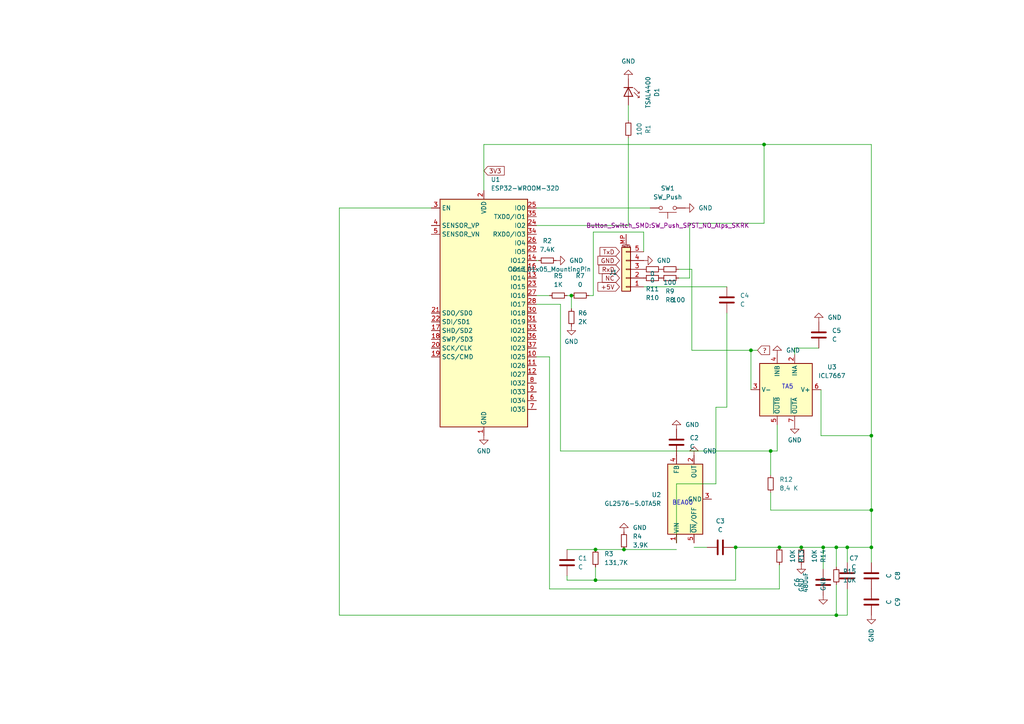
<source format=kicad_sch>
(kicad_sch (version 20211123) (generator eeschema)

  (uuid 27147150-5427-4c9a-9fbd-286065d958e2)

  (paper "A4")

  (lib_symbols
    (symbol "Connector_Generic_MountingPin:Conn_01x05_MountingPin" (pin_names (offset 1.016) hide) (in_bom yes) (on_board yes)
      (property "Reference" "J" (id 0) (at 0 7.62 0)
        (effects (font (size 1.27 1.27)))
      )
      (property "Value" "Conn_01x05_MountingPin" (id 1) (at 1.27 -7.62 0)
        (effects (font (size 1.27 1.27)) (justify left))
      )
      (property "Footprint" "" (id 2) (at 0 0 0)
        (effects (font (size 1.27 1.27)) hide)
      )
      (property "Datasheet" "~" (id 3) (at 0 0 0)
        (effects (font (size 1.27 1.27)) hide)
      )
      (property "ki_keywords" "connector" (id 4) (at 0 0 0)
        (effects (font (size 1.27 1.27)) hide)
      )
      (property "ki_description" "Generic connectable mounting pin connector, single row, 01x05, script generated (kicad-library-utils/schlib/autogen/connector/)" (id 5) (at 0 0 0)
        (effects (font (size 1.27 1.27)) hide)
      )
      (property "ki_fp_filters" "Connector*:*_1x??-1MP*" (id 6) (at 0 0 0)
        (effects (font (size 1.27 1.27)) hide)
      )
      (symbol "Conn_01x05_MountingPin_1_1"
        (rectangle (start -1.27 -4.953) (end 0 -5.207)
          (stroke (width 0.1524) (type default) (color 0 0 0 0))
          (fill (type none))
        )
        (rectangle (start -1.27 -2.413) (end 0 -2.667)
          (stroke (width 0.1524) (type default) (color 0 0 0 0))
          (fill (type none))
        )
        (rectangle (start -1.27 0.127) (end 0 -0.127)
          (stroke (width 0.1524) (type default) (color 0 0 0 0))
          (fill (type none))
        )
        (rectangle (start -1.27 2.667) (end 0 2.413)
          (stroke (width 0.1524) (type default) (color 0 0 0 0))
          (fill (type none))
        )
        (rectangle (start -1.27 5.207) (end 0 4.953)
          (stroke (width 0.1524) (type default) (color 0 0 0 0))
          (fill (type none))
        )
        (rectangle (start -1.27 6.35) (end 1.27 -6.35)
          (stroke (width 0.254) (type default) (color 0 0 0 0))
          (fill (type background))
        )
        (polyline
          (pts
            (xy -1.016 -7.112)
            (xy 1.016 -7.112)
          )
          (stroke (width 0.1524) (type default) (color 0 0 0 0))
          (fill (type none))
        )
        (text "Mounting" (at 0 -6.731 0)
          (effects (font (size 0.381 0.381)))
        )
        (pin passive line (at -5.08 5.08 0) (length 3.81)
          (name "Pin_1" (effects (font (size 1.27 1.27))))
          (number "1" (effects (font (size 1.27 1.27))))
        )
        (pin passive line (at -5.08 2.54 0) (length 3.81)
          (name "Pin_2" (effects (font (size 1.27 1.27))))
          (number "2" (effects (font (size 1.27 1.27))))
        )
        (pin passive line (at -5.08 0 0) (length 3.81)
          (name "Pin_3" (effects (font (size 1.27 1.27))))
          (number "3" (effects (font (size 1.27 1.27))))
        )
        (pin passive line (at -5.08 -2.54 0) (length 3.81)
          (name "Pin_4" (effects (font (size 1.27 1.27))))
          (number "4" (effects (font (size 1.27 1.27))))
        )
        (pin passive line (at -5.08 -5.08 0) (length 3.81)
          (name "Pin_5" (effects (font (size 1.27 1.27))))
          (number "5" (effects (font (size 1.27 1.27))))
        )
        (pin passive line (at 0 -10.16 90) (length 3.048)
          (name "MountPin" (effects (font (size 1.27 1.27))))
          (number "MP" (effects (font (size 1.27 1.27))))
        )
      )
    )
    (symbol "Device:C" (pin_numbers hide) (pin_names (offset 0.254)) (in_bom yes) (on_board yes)
      (property "Reference" "C" (id 0) (at 0.635 2.54 0)
        (effects (font (size 1.27 1.27)) (justify left))
      )
      (property "Value" "C" (id 1) (at 0.635 -2.54 0)
        (effects (font (size 1.27 1.27)) (justify left))
      )
      (property "Footprint" "" (id 2) (at 0.9652 -3.81 0)
        (effects (font (size 1.27 1.27)) hide)
      )
      (property "Datasheet" "~" (id 3) (at 0 0 0)
        (effects (font (size 1.27 1.27)) hide)
      )
      (property "ki_keywords" "cap capacitor" (id 4) (at 0 0 0)
        (effects (font (size 1.27 1.27)) hide)
      )
      (property "ki_description" "Unpolarized capacitor" (id 5) (at 0 0 0)
        (effects (font (size 1.27 1.27)) hide)
      )
      (property "ki_fp_filters" "C_*" (id 6) (at 0 0 0)
        (effects (font (size 1.27 1.27)) hide)
      )
      (symbol "C_0_1"
        (polyline
          (pts
            (xy -2.032 -0.762)
            (xy 2.032 -0.762)
          )
          (stroke (width 0.508) (type default) (color 0 0 0 0))
          (fill (type none))
        )
        (polyline
          (pts
            (xy -2.032 0.762)
            (xy 2.032 0.762)
          )
          (stroke (width 0.508) (type default) (color 0 0 0 0))
          (fill (type none))
        )
      )
      (symbol "C_1_1"
        (pin passive line (at 0 3.81 270) (length 2.794)
          (name "~" (effects (font (size 1.27 1.27))))
          (number "1" (effects (font (size 1.27 1.27))))
        )
        (pin passive line (at 0 -3.81 90) (length 2.794)
          (name "~" (effects (font (size 1.27 1.27))))
          (number "2" (effects (font (size 1.27 1.27))))
        )
      )
    )
    (symbol "Device:R_Small" (pin_numbers hide) (pin_names (offset 0.254) hide) (in_bom yes) (on_board yes)
      (property "Reference" "R" (id 0) (at 0.762 0.508 0)
        (effects (font (size 1.27 1.27)) (justify left))
      )
      (property "Value" "R_Small" (id 1) (at 0.762 -1.016 0)
        (effects (font (size 1.27 1.27)) (justify left))
      )
      (property "Footprint" "" (id 2) (at 0 0 0)
        (effects (font (size 1.27 1.27)) hide)
      )
      (property "Datasheet" "~" (id 3) (at 0 0 0)
        (effects (font (size 1.27 1.27)) hide)
      )
      (property "ki_keywords" "R resistor" (id 4) (at 0 0 0)
        (effects (font (size 1.27 1.27)) hide)
      )
      (property "ki_description" "Resistor, small symbol" (id 5) (at 0 0 0)
        (effects (font (size 1.27 1.27)) hide)
      )
      (property "ki_fp_filters" "R_*" (id 6) (at 0 0 0)
        (effects (font (size 1.27 1.27)) hide)
      )
      (symbol "R_Small_0_1"
        (rectangle (start -0.762 1.778) (end 0.762 -1.778)
          (stroke (width 0.2032) (type default) (color 0 0 0 0))
          (fill (type none))
        )
      )
      (symbol "R_Small_1_1"
        (pin passive line (at 0 2.54 270) (length 0.762)
          (name "~" (effects (font (size 1.27 1.27))))
          (number "1" (effects (font (size 1.27 1.27))))
        )
        (pin passive line (at 0 -2.54 90) (length 0.762)
          (name "~" (effects (font (size 1.27 1.27))))
          (number "2" (effects (font (size 1.27 1.27))))
        )
      )
    )
    (symbol "Driver_FET:ICL7667" (in_bom yes) (on_board yes)
      (property "Reference" "U" (id 0) (at -7.62 8.89 0)
        (effects (font (size 1.27 1.27)) (justify left))
      )
      (property "Value" "ICL7667" (id 1) (at 1.27 8.89 0)
        (effects (font (size 1.27 1.27)) (justify left))
      )
      (property "Footprint" "" (id 2) (at 3.81 -21.59 0)
        (effects (font (size 1.27 1.27)) (justify left) hide)
      )
      (property "Datasheet" "http://www.intersil.com/content/dam/Intersil/documents/icl7/icl7667.pdf" (id 3) (at 5.08 -7.62 0)
        (effects (font (size 1.27 1.27)) hide)
      )
      (property "ki_keywords" "MOSFET driver array" (id 4) (at 0 0 0)
        (effects (font (size 1.27 1.27)) hide)
      )
      (property "ki_description" "Dual Power MOSFET Driver, DIP-8/SOIC-8" (id 5) (at 0 0 0)
        (effects (font (size 1.27 1.27)) hide)
      )
      (property "ki_fp_filters" "DIP*W7.62mm* SOIC*3.9x4.9mm*P1.27mm*" (id 6) (at 0 0 0)
        (effects (font (size 1.27 1.27)) hide)
      )
      (symbol "ICL7667_0_1"
        (rectangle (start -7.62 -7.62) (end 7.62 7.62)
          (stroke (width 0.254) (type default) (color 0 0 0 0))
          (fill (type background))
        )
      )
      (symbol "ICL7667_1_1"
        (pin no_connect line (at -7.62 0 0) (length 2.54) hide
          (name "NC" (effects (font (size 1.27 1.27))))
          (number "1" (effects (font (size 1.27 1.27))))
        )
        (pin input line (at -10.16 2.54 0) (length 2.54)
          (name "INA" (effects (font (size 1.27 1.27))))
          (number "2" (effects (font (size 1.27 1.27))))
        )
        (pin power_in line (at 0 -10.16 90) (length 2.54)
          (name "V-" (effects (font (size 1.27 1.27))))
          (number "3" (effects (font (size 1.27 1.27))))
        )
        (pin input line (at -10.16 -2.54 0) (length 2.54)
          (name "INB" (effects (font (size 1.27 1.27))))
          (number "4" (effects (font (size 1.27 1.27))))
        )
        (pin output line (at 10.16 -2.54 180) (length 2.54)
          (name "~{OUTB}" (effects (font (size 1.27 1.27))))
          (number "5" (effects (font (size 1.27 1.27))))
        )
        (pin power_in line (at 0 10.16 270) (length 2.54)
          (name "V+" (effects (font (size 1.27 1.27))))
          (number "6" (effects (font (size 1.27 1.27))))
        )
        (pin output line (at 10.16 2.54 180) (length 2.54)
          (name "~{OUTA}" (effects (font (size 1.27 1.27))))
          (number "7" (effects (font (size 1.27 1.27))))
        )
        (pin no_connect line (at 7.62 0 180) (length 2.54) hide
          (name "NC" (effects (font (size 1.27 1.27))))
          (number "8" (effects (font (size 1.27 1.27))))
        )
      )
    )
    (symbol "LED:TSAL4400" (pin_numbers hide) (pin_names (offset 1.016) hide) (in_bom yes) (on_board yes)
      (property "Reference" "D" (id 0) (at 0.508 1.778 0)
        (effects (font (size 1.27 1.27)) (justify left))
      )
      (property "Value" "TSAL4400" (id 1) (at -1.016 -2.794 0)
        (effects (font (size 1.27 1.27)))
      )
      (property "Footprint" "LED_THT:LED_D3.0mm_IRBlack" (id 2) (at 0 4.445 0)
        (effects (font (size 1.27 1.27)) hide)
      )
      (property "Datasheet" "http://www.vishay.com/docs/81006/tsal4400.pdf" (id 3) (at -1.27 0 0)
        (effects (font (size 1.27 1.27)) hide)
      )
      (property "ki_keywords" "opto IR LED" (id 4) (at 0 0 0)
        (effects (font (size 1.27 1.27)) hide)
      )
      (property "ki_description" "Infrared LED , 3mm LED package" (id 5) (at 0 0 0)
        (effects (font (size 1.27 1.27)) hide)
      )
      (property "ki_fp_filters" "LED*3.0mm*IRBlack*" (id 6) (at 0 0 0)
        (effects (font (size 1.27 1.27)) hide)
      )
      (symbol "TSAL4400_0_1"
        (polyline
          (pts
            (xy -2.54 1.27)
            (xy -2.54 -1.27)
          )
          (stroke (width 0.254) (type default) (color 0 0 0 0))
          (fill (type none))
        )
        (polyline
          (pts
            (xy 0 0)
            (xy -2.54 0)
          )
          (stroke (width 0) (type default) (color 0 0 0 0))
          (fill (type none))
        )
        (polyline
          (pts
            (xy 0.381 3.175)
            (xy -0.127 3.175)
          )
          (stroke (width 0) (type default) (color 0 0 0 0))
          (fill (type none))
        )
        (polyline
          (pts
            (xy -1.143 1.651)
            (xy 0.381 3.175)
            (xy 0.381 2.667)
          )
          (stroke (width 0) (type default) (color 0 0 0 0))
          (fill (type none))
        )
        (polyline
          (pts
            (xy 0 1.27)
            (xy -2.54 0)
            (xy 0 -1.27)
            (xy 0 1.27)
          )
          (stroke (width 0.254) (type default) (color 0 0 0 0))
          (fill (type none))
        )
        (polyline
          (pts
            (xy -2.413 1.651)
            (xy -0.889 3.175)
            (xy -0.889 2.667)
            (xy -0.889 3.175)
            (xy -1.397 3.175)
          )
          (stroke (width 0) (type default) (color 0 0 0 0))
          (fill (type none))
        )
      )
      (symbol "TSAL4400_1_1"
        (pin passive line (at -5.08 0 0) (length 2.54)
          (name "K" (effects (font (size 1.27 1.27))))
          (number "1" (effects (font (size 1.27 1.27))))
        )
        (pin passive line (at 2.54 0 180) (length 2.54)
          (name "A" (effects (font (size 1.27 1.27))))
          (number "2" (effects (font (size 1.27 1.27))))
        )
      )
    )
    (symbol "RF_Module:ESP32-WROOM-32D" (in_bom yes) (on_board yes)
      (property "Reference" "U" (id 0) (at -12.7 34.29 0)
        (effects (font (size 1.27 1.27)) (justify left))
      )
      (property "Value" "ESP32-WROOM-32D" (id 1) (at 1.27 34.29 0)
        (effects (font (size 1.27 1.27)) (justify left))
      )
      (property "Footprint" "RF_Module:ESP32-WROOM-32" (id 2) (at 0 -38.1 0)
        (effects (font (size 1.27 1.27)) hide)
      )
      (property "Datasheet" "https://www.espressif.com/sites/default/files/documentation/esp32-wroom-32d_esp32-wroom-32u_datasheet_en.pdf" (id 3) (at -7.62 1.27 0)
        (effects (font (size 1.27 1.27)) hide)
      )
      (property "ki_keywords" "RF Radio BT ESP ESP32 Espressif onboard PCB antenna" (id 4) (at 0 0 0)
        (effects (font (size 1.27 1.27)) hide)
      )
      (property "ki_description" "RF Module, ESP32-D0WD SoC, Wi-Fi 802.11b/g/n, Bluetooth, BLE, 32-bit, 2.7-3.6V, onboard antenna, SMD" (id 5) (at 0 0 0)
        (effects (font (size 1.27 1.27)) hide)
      )
      (property "ki_fp_filters" "ESP32?WROOM?32*" (id 6) (at 0 0 0)
        (effects (font (size 1.27 1.27)) hide)
      )
      (symbol "ESP32-WROOM-32D_0_1"
        (rectangle (start -12.7 33.02) (end 12.7 -33.02)
          (stroke (width 0.254) (type default) (color 0 0 0 0))
          (fill (type background))
        )
      )
      (symbol "ESP32-WROOM-32D_1_1"
        (pin power_in line (at 0 -35.56 90) (length 2.54)
          (name "GND" (effects (font (size 1.27 1.27))))
          (number "1" (effects (font (size 1.27 1.27))))
        )
        (pin bidirectional line (at 15.24 -12.7 180) (length 2.54)
          (name "IO25" (effects (font (size 1.27 1.27))))
          (number "10" (effects (font (size 1.27 1.27))))
        )
        (pin bidirectional line (at 15.24 -15.24 180) (length 2.54)
          (name "IO26" (effects (font (size 1.27 1.27))))
          (number "11" (effects (font (size 1.27 1.27))))
        )
        (pin bidirectional line (at 15.24 -17.78 180) (length 2.54)
          (name "IO27" (effects (font (size 1.27 1.27))))
          (number "12" (effects (font (size 1.27 1.27))))
        )
        (pin bidirectional line (at 15.24 10.16 180) (length 2.54)
          (name "IO14" (effects (font (size 1.27 1.27))))
          (number "13" (effects (font (size 1.27 1.27))))
        )
        (pin bidirectional line (at 15.24 15.24 180) (length 2.54)
          (name "IO12" (effects (font (size 1.27 1.27))))
          (number "14" (effects (font (size 1.27 1.27))))
        )
        (pin passive line (at 0 -35.56 90) (length 2.54) hide
          (name "GND" (effects (font (size 1.27 1.27))))
          (number "15" (effects (font (size 1.27 1.27))))
        )
        (pin bidirectional line (at 15.24 12.7 180) (length 2.54)
          (name "IO13" (effects (font (size 1.27 1.27))))
          (number "16" (effects (font (size 1.27 1.27))))
        )
        (pin bidirectional line (at -15.24 -5.08 0) (length 2.54)
          (name "SHD/SD2" (effects (font (size 1.27 1.27))))
          (number "17" (effects (font (size 1.27 1.27))))
        )
        (pin bidirectional line (at -15.24 -7.62 0) (length 2.54)
          (name "SWP/SD3" (effects (font (size 1.27 1.27))))
          (number "18" (effects (font (size 1.27 1.27))))
        )
        (pin bidirectional line (at -15.24 -12.7 0) (length 2.54)
          (name "SCS/CMD" (effects (font (size 1.27 1.27))))
          (number "19" (effects (font (size 1.27 1.27))))
        )
        (pin power_in line (at 0 35.56 270) (length 2.54)
          (name "VDD" (effects (font (size 1.27 1.27))))
          (number "2" (effects (font (size 1.27 1.27))))
        )
        (pin bidirectional line (at -15.24 -10.16 0) (length 2.54)
          (name "SCK/CLK" (effects (font (size 1.27 1.27))))
          (number "20" (effects (font (size 1.27 1.27))))
        )
        (pin bidirectional line (at -15.24 0 0) (length 2.54)
          (name "SDO/SD0" (effects (font (size 1.27 1.27))))
          (number "21" (effects (font (size 1.27 1.27))))
        )
        (pin bidirectional line (at -15.24 -2.54 0) (length 2.54)
          (name "SDI/SD1" (effects (font (size 1.27 1.27))))
          (number "22" (effects (font (size 1.27 1.27))))
        )
        (pin bidirectional line (at 15.24 7.62 180) (length 2.54)
          (name "IO15" (effects (font (size 1.27 1.27))))
          (number "23" (effects (font (size 1.27 1.27))))
        )
        (pin bidirectional line (at 15.24 25.4 180) (length 2.54)
          (name "IO2" (effects (font (size 1.27 1.27))))
          (number "24" (effects (font (size 1.27 1.27))))
        )
        (pin bidirectional line (at 15.24 30.48 180) (length 2.54)
          (name "IO0" (effects (font (size 1.27 1.27))))
          (number "25" (effects (font (size 1.27 1.27))))
        )
        (pin bidirectional line (at 15.24 20.32 180) (length 2.54)
          (name "IO4" (effects (font (size 1.27 1.27))))
          (number "26" (effects (font (size 1.27 1.27))))
        )
        (pin bidirectional line (at 15.24 5.08 180) (length 2.54)
          (name "IO16" (effects (font (size 1.27 1.27))))
          (number "27" (effects (font (size 1.27 1.27))))
        )
        (pin bidirectional line (at 15.24 2.54 180) (length 2.54)
          (name "IO17" (effects (font (size 1.27 1.27))))
          (number "28" (effects (font (size 1.27 1.27))))
        )
        (pin bidirectional line (at 15.24 17.78 180) (length 2.54)
          (name "IO5" (effects (font (size 1.27 1.27))))
          (number "29" (effects (font (size 1.27 1.27))))
        )
        (pin input line (at -15.24 30.48 0) (length 2.54)
          (name "EN" (effects (font (size 1.27 1.27))))
          (number "3" (effects (font (size 1.27 1.27))))
        )
        (pin bidirectional line (at 15.24 0 180) (length 2.54)
          (name "IO18" (effects (font (size 1.27 1.27))))
          (number "30" (effects (font (size 1.27 1.27))))
        )
        (pin bidirectional line (at 15.24 -2.54 180) (length 2.54)
          (name "IO19" (effects (font (size 1.27 1.27))))
          (number "31" (effects (font (size 1.27 1.27))))
        )
        (pin no_connect line (at -12.7 -27.94 0) (length 2.54) hide
          (name "NC" (effects (font (size 1.27 1.27))))
          (number "32" (effects (font (size 1.27 1.27))))
        )
        (pin bidirectional line (at 15.24 -5.08 180) (length 2.54)
          (name "IO21" (effects (font (size 1.27 1.27))))
          (number "33" (effects (font (size 1.27 1.27))))
        )
        (pin bidirectional line (at 15.24 22.86 180) (length 2.54)
          (name "RXD0/IO3" (effects (font (size 1.27 1.27))))
          (number "34" (effects (font (size 1.27 1.27))))
        )
        (pin bidirectional line (at 15.24 27.94 180) (length 2.54)
          (name "TXD0/IO1" (effects (font (size 1.27 1.27))))
          (number "35" (effects (font (size 1.27 1.27))))
        )
        (pin bidirectional line (at 15.24 -7.62 180) (length 2.54)
          (name "IO22" (effects (font (size 1.27 1.27))))
          (number "36" (effects (font (size 1.27 1.27))))
        )
        (pin bidirectional line (at 15.24 -10.16 180) (length 2.54)
          (name "IO23" (effects (font (size 1.27 1.27))))
          (number "37" (effects (font (size 1.27 1.27))))
        )
        (pin passive line (at 0 -35.56 90) (length 2.54) hide
          (name "GND" (effects (font (size 1.27 1.27))))
          (number "38" (effects (font (size 1.27 1.27))))
        )
        (pin passive line (at 0 -35.56 90) (length 2.54) hide
          (name "GND" (effects (font (size 1.27 1.27))))
          (number "39" (effects (font (size 1.27 1.27))))
        )
        (pin input line (at -15.24 25.4 0) (length 2.54)
          (name "SENSOR_VP" (effects (font (size 1.27 1.27))))
          (number "4" (effects (font (size 1.27 1.27))))
        )
        (pin input line (at -15.24 22.86 0) (length 2.54)
          (name "SENSOR_VN" (effects (font (size 1.27 1.27))))
          (number "5" (effects (font (size 1.27 1.27))))
        )
        (pin input line (at 15.24 -25.4 180) (length 2.54)
          (name "IO34" (effects (font (size 1.27 1.27))))
          (number "6" (effects (font (size 1.27 1.27))))
        )
        (pin input line (at 15.24 -27.94 180) (length 2.54)
          (name "IO35" (effects (font (size 1.27 1.27))))
          (number "7" (effects (font (size 1.27 1.27))))
        )
        (pin bidirectional line (at 15.24 -20.32 180) (length 2.54)
          (name "IO32" (effects (font (size 1.27 1.27))))
          (number "8" (effects (font (size 1.27 1.27))))
        )
        (pin bidirectional line (at 15.24 -22.86 180) (length 2.54)
          (name "IO33" (effects (font (size 1.27 1.27))))
          (number "9" (effects (font (size 1.27 1.27))))
        )
      )
    )
    (symbol "Regulator_Switching:GL2576-5.0TA5R" (pin_names (offset 0.254)) (in_bom yes) (on_board yes)
      (property "Reference" "U" (id 0) (at -10.16 6.35 0)
        (effects (font (size 1.27 1.27)) (justify left))
      )
      (property "Value" "GL2576-5.0TA5R" (id 1) (at 0 6.35 0)
        (effects (font (size 1.27 1.27)) (justify left))
      )
      (property "Footprint" "Package_TO_SOT_SMD:TO-263-5_TabPin3" (id 2) (at 0 -6.35 0)
        (effects (font (size 1.27 1.27) italic) (justify left) hide)
      )
      (property "Datasheet" "http://www.dianyuan.com/bbs/u/54/437861181916300.pdf" (id 3) (at 0 0 0)
        (effects (font (size 1.27 1.27)) hide)
      )
      (property "ki_keywords" "5V 3A 52KHz Buck DC/DC" (id 4) (at 0 0 0)
        (effects (font (size 1.27 1.27)) hide)
      )
      (property "ki_description" "5V 3A, 52KHz Step Down Converter, TO263-5 (D2-PAK)" (id 5) (at 0 0 0)
        (effects (font (size 1.27 1.27)) hide)
      )
      (property "ki_fp_filters" "TO?263*" (id 6) (at 0 0 0)
        (effects (font (size 1.27 1.27)) hide)
      )
      (symbol "GL2576-5.0TA5R_0_1"
        (rectangle (start -10.16 5.08) (end 10.16 -5.08)
          (stroke (width 0.254) (type default) (color 0 0 0 0))
          (fill (type background))
        )
      )
      (symbol "GL2576-5.0TA5R_1_1"
        (pin power_in line (at -12.7 2.54 0) (length 2.54)
          (name "VIN" (effects (font (size 1.27 1.27))))
          (number "1" (effects (font (size 1.27 1.27))))
        )
        (pin output line (at 12.7 -2.54 180) (length 2.54)
          (name "OUT" (effects (font (size 1.27 1.27))))
          (number "2" (effects (font (size 1.27 1.27))))
        )
        (pin power_in line (at 0 -7.62 90) (length 2.54)
          (name "GND" (effects (font (size 1.27 1.27))))
          (number "3" (effects (font (size 1.27 1.27))))
        )
        (pin input line (at 12.7 2.54 180) (length 2.54)
          (name "FB" (effects (font (size 1.27 1.27))))
          (number "4" (effects (font (size 1.27 1.27))))
        )
        (pin input line (at -12.7 -2.54 0) (length 2.54)
          (name "~{ON}/OFF" (effects (font (size 1.27 1.27))))
          (number "5" (effects (font (size 1.27 1.27))))
        )
      )
    )
    (symbol "Switch:SW_Push" (pin_numbers hide) (pin_names (offset 1.016) hide) (in_bom yes) (on_board yes)
      (property "Reference" "SW" (id 0) (at 1.27 2.54 0)
        (effects (font (size 1.27 1.27)) (justify left))
      )
      (property "Value" "SW_Push" (id 1) (at 0 -1.524 0)
        (effects (font (size 1.27 1.27)))
      )
      (property "Footprint" "" (id 2) (at 0 5.08 0)
        (effects (font (size 1.27 1.27)) hide)
      )
      (property "Datasheet" "~" (id 3) (at 0 5.08 0)
        (effects (font (size 1.27 1.27)) hide)
      )
      (property "ki_keywords" "switch normally-open pushbutton push-button" (id 4) (at 0 0 0)
        (effects (font (size 1.27 1.27)) hide)
      )
      (property "ki_description" "Push button switch, generic, two pins" (id 5) (at 0 0 0)
        (effects (font (size 1.27 1.27)) hide)
      )
      (symbol "SW_Push_0_1"
        (circle (center -2.032 0) (radius 0.508)
          (stroke (width 0) (type default) (color 0 0 0 0))
          (fill (type none))
        )
        (polyline
          (pts
            (xy 0 1.27)
            (xy 0 3.048)
          )
          (stroke (width 0) (type default) (color 0 0 0 0))
          (fill (type none))
        )
        (polyline
          (pts
            (xy 2.54 1.27)
            (xy -2.54 1.27)
          )
          (stroke (width 0) (type default) (color 0 0 0 0))
          (fill (type none))
        )
        (circle (center 2.032 0) (radius 0.508)
          (stroke (width 0) (type default) (color 0 0 0 0))
          (fill (type none))
        )
        (pin passive line (at -5.08 0 0) (length 2.54)
          (name "1" (effects (font (size 1.27 1.27))))
          (number "1" (effects (font (size 1.27 1.27))))
        )
        (pin passive line (at 5.08 0 180) (length 2.54)
          (name "2" (effects (font (size 1.27 1.27))))
          (number "2" (effects (font (size 1.27 1.27))))
        )
      )
    )
    (symbol "power:GND" (power) (pin_names (offset 0)) (in_bom yes) (on_board yes)
      (property "Reference" "#PWR" (id 0) (at 0 -6.35 0)
        (effects (font (size 1.27 1.27)) hide)
      )
      (property "Value" "GND" (id 1) (at 0 -3.81 0)
        (effects (font (size 1.27 1.27)))
      )
      (property "Footprint" "" (id 2) (at 0 0 0)
        (effects (font (size 1.27 1.27)) hide)
      )
      (property "Datasheet" "" (id 3) (at 0 0 0)
        (effects (font (size 1.27 1.27)) hide)
      )
      (property "ki_keywords" "power-flag" (id 4) (at 0 0 0)
        (effects (font (size 1.27 1.27)) hide)
      )
      (property "ki_description" "Power symbol creates a global label with name \"GND\" , ground" (id 5) (at 0 0 0)
        (effects (font (size 1.27 1.27)) hide)
      )
      (symbol "GND_0_1"
        (polyline
          (pts
            (xy 0 0)
            (xy 0 -1.27)
            (xy 1.27 -1.27)
            (xy 0 -2.54)
            (xy -1.27 -1.27)
            (xy 0 -1.27)
          )
          (stroke (width 0) (type default) (color 0 0 0 0))
          (fill (type none))
        )
      )
      (symbol "GND_1_1"
        (pin power_in line (at 0 0 270) (length 0) hide
          (name "GND" (effects (font (size 1.27 1.27))))
          (number "1" (effects (font (size 1.27 1.27))))
        )
      )
    )
  )

  (junction (at 252.73 158.75) (diameter 0) (color 0 0 0 0)
    (uuid 021cb2f1-65ef-4bdb-87a2-6213f0a29f99)
  )
  (junction (at 252.73 147.955) (diameter 0) (color 0 0 0 0)
    (uuid 094f2f42-b9d4-425f-919d-96d0583f6f13)
  )
  (junction (at 221.615 41.91) (diameter 0) (color 0 0 0 0)
    (uuid 0d4ff607-8715-492e-b853-0c530dc7394f)
  )
  (junction (at 226.06 158.75) (diameter 0) (color 0 0 0 0)
    (uuid 21086a56-7d32-438b-af32-cc02f440ab16)
  )
  (junction (at 232.41 158.75) (diameter 0) (color 0 0 0 0)
    (uuid 2a57d405-8a83-44fc-9b4d-610e288804bf)
  )
  (junction (at 217.805 101.6) (diameter 0) (color 0 0 0 0)
    (uuid 326263db-9516-4c21-91d6-1163230e3c56)
  )
  (junction (at 223.52 130.81) (diameter 0) (color 0 0 0 0)
    (uuid 51e01030-aa9b-4251-a315-0629f3556080)
  )
  (junction (at 252.73 126.365) (diameter 0) (color 0 0 0 0)
    (uuid 5239ef80-69c9-4969-878e-94e2c5fad3d2)
  )
  (junction (at 242.57 158.75) (diameter 0) (color 0 0 0 0)
    (uuid 59529a5a-7212-4843-b92a-6b901933e78a)
  )
  (junction (at 242.57 178.435) (diameter 0) (color 0 0 0 0)
    (uuid 6c20c639-a4ee-4c6d-81e3-dbf734499387)
  )
  (junction (at 165.735 85.725) (diameter 0) (color 0 0 0 0)
    (uuid 8a7756e7-001e-4beb-a59b-c17783fcbea2)
  )
  (junction (at 172.72 168.275) (diameter 0) (color 0 0 0 0)
    (uuid a15d0488-b32d-400b-9e73-73310bc4eb2f)
  )
  (junction (at 180.975 159.385) (diameter 0) (color 0 0 0 0)
    (uuid a1a25d18-bd48-44eb-aa3a-46524aef177c)
  )
  (junction (at 245.745 158.75) (diameter 0) (color 0 0 0 0)
    (uuid af2ae762-cea2-47ba-8b83-826b7494d761)
  )
  (junction (at 213.36 158.75) (diameter 0) (color 0 0 0 0)
    (uuid c2861e21-95a3-4a94-a12d-eeaf79473a62)
  )
  (junction (at 238.76 158.75) (diameter 0) (color 0 0 0 0)
    (uuid d2ab1f44-3345-4ab3-b83d-309ec9784d80)
  )
  (junction (at 172.72 159.385) (diameter 0) (color 0 0 0 0)
    (uuid fd706dd8-431a-4167-9e14-9c1210cf2408)
  )

  (wire (pts (xy 217.805 101.6) (xy 219.71 101.6))
    (stroke (width 0) (type default) (color 0 0 0 0))
    (uuid 01386727-609e-457e-b50f-fbb1df7e94fc)
  )
  (wire (pts (xy 242.57 158.75) (xy 242.57 164.465))
    (stroke (width 0) (type default) (color 0 0 0 0))
    (uuid 02f3bc83-47ed-476a-a903-fd2034b91f6a)
  )
  (wire (pts (xy 172.085 67.31) (xy 186.69 67.31))
    (stroke (width 0) (type default) (color 0 0 0 0))
    (uuid 047addd6-7e63-439e-b607-3162dff22ff9)
  )
  (wire (pts (xy 140.335 41.91) (xy 140.335 55.245))
    (stroke (width 0) (type default) (color 0 0 0 0))
    (uuid 063f2741-ee24-4833-81f4-ddf02fa0a57d)
  )
  (wire (pts (xy 207.645 118.11) (xy 207.645 140.335))
    (stroke (width 0) (type default) (color 0 0 0 0))
    (uuid 086e2983-4348-4529-9615-a052baf20399)
  )
  (wire (pts (xy 221.615 41.91) (xy 221.615 64.77))
    (stroke (width 0) (type default) (color 0 0 0 0))
    (uuid 0c3dc212-bc9a-4ea4-9539-86e6a4611d75)
  )
  (wire (pts (xy 196.85 80.645) (xy 200.025 80.645))
    (stroke (width 0) (type default) (color 0 0 0 0))
    (uuid 0d1abb91-0ce4-42cd-824c-71ff643bcef9)
  )
  (wire (pts (xy 98.425 178.435) (xy 242.57 178.435))
    (stroke (width 0) (type default) (color 0 0 0 0))
    (uuid 11ca2c38-595a-463d-baaa-4b8f00c84b5f)
  )
  (wire (pts (xy 242.57 169.545) (xy 242.57 178.435))
    (stroke (width 0) (type default) (color 0 0 0 0))
    (uuid 12c3ab83-62cd-465b-9252-8db3650de6ee)
  )
  (wire (pts (xy 172.085 85.725) (xy 172.085 67.31))
    (stroke (width 0) (type default) (color 0 0 0 0))
    (uuid 163b59f3-9137-4764-9c89-8581e9338fb2)
  )
  (wire (pts (xy 252.73 158.75) (xy 252.73 147.955))
    (stroke (width 0) (type default) (color 0 0 0 0))
    (uuid 20168ba3-4798-4016-ac17-1c2769f21944)
  )
  (wire (pts (xy 186.69 83.185) (xy 210.82 83.185))
    (stroke (width 0) (type default) (color 0 0 0 0))
    (uuid 21d507f4-c2e2-4b34-988e-3621372362f6)
  )
  (wire (pts (xy 155.575 85.725) (xy 159.385 85.725))
    (stroke (width 0) (type default) (color 0 0 0 0))
    (uuid 22edf6e0-0770-4b34-b420-bceac475f395)
  )
  (wire (pts (xy 182.245 65.405) (xy 155.575 65.405))
    (stroke (width 0) (type default) (color 0 0 0 0))
    (uuid 243ac9ac-73d8-4d1e-b296-e155854ca9ea)
  )
  (wire (pts (xy 125.095 60.325) (xy 98.425 60.325))
    (stroke (width 0) (type default) (color 0 0 0 0))
    (uuid 255a8d4d-9583-481a-b2d4-3ead21ee14a2)
  )
  (wire (pts (xy 238.76 165.1) (xy 238.76 158.75))
    (stroke (width 0) (type default) (color 0 0 0 0))
    (uuid 2bf6ea7a-5651-4667-b9ee-d4955c3dde38)
  )
  (wire (pts (xy 200.66 101.6) (xy 217.805 101.6))
    (stroke (width 0) (type default) (color 0 0 0 0))
    (uuid 364184ac-31ce-476b-996a-cf069f246e66)
  )
  (wire (pts (xy 245.745 170.815) (xy 245.745 178.435))
    (stroke (width 0) (type default) (color 0 0 0 0))
    (uuid 369d413a-75bc-4306-af9f-709c8e41ab73)
  )
  (wire (pts (xy 237.49 100.965) (xy 230.505 100.965))
    (stroke (width 0) (type default) (color 0 0 0 0))
    (uuid 374164f6-3e28-45e7-b6bd-f7b6916c8627)
  )
  (wire (pts (xy 155.575 60.325) (xy 188.595 60.325))
    (stroke (width 0) (type default) (color 0 0 0 0))
    (uuid 3a179adf-1a31-4d2f-a366-d2f4e5b7997f)
  )
  (wire (pts (xy 213.36 168.275) (xy 213.36 158.75))
    (stroke (width 0) (type default) (color 0 0 0 0))
    (uuid 3a65da95-b057-40db-bd67-cfde74fc1e30)
  )
  (wire (pts (xy 212.725 158.75) (xy 213.36 158.75))
    (stroke (width 0) (type default) (color 0 0 0 0))
    (uuid 3eea6b4e-f576-4be5-b4f0-4f8568e8667e)
  )
  (wire (pts (xy 182.245 30.48) (xy 182.245 34.925))
    (stroke (width 0) (type default) (color 0 0 0 0))
    (uuid 41edb236-482c-42ee-99f3-84799028cf5f)
  )
  (wire (pts (xy 200.025 64.77) (xy 221.615 64.77))
    (stroke (width 0) (type default) (color 0 0 0 0))
    (uuid 43798d38-7e6f-4c6d-9363-536250d7f0b2)
  )
  (wire (pts (xy 238.125 113.03) (xy 238.125 126.365))
    (stroke (width 0) (type default) (color 0 0 0 0))
    (uuid 466c3694-5f36-45e2-9791-c6d03848528a)
  )
  (wire (pts (xy 210.82 90.805) (xy 210.82 118.11))
    (stroke (width 0) (type default) (color 0 0 0 0))
    (uuid 46840b2d-d0a7-4005-85bf-c6a53c03b3a4)
  )
  (wire (pts (xy 245.745 163.195) (xy 245.745 158.75))
    (stroke (width 0) (type default) (color 0 0 0 0))
    (uuid 4b87b459-14bc-4fd4-b59e-34c7c495db32)
  )
  (wire (pts (xy 200.66 78.105) (xy 200.66 101.6))
    (stroke (width 0) (type default) (color 0 0 0 0))
    (uuid 4c301894-ba0b-4834-acd5-fbdc496b89c1)
  )
  (wire (pts (xy 226.06 158.75) (xy 232.41 158.75))
    (stroke (width 0) (type default) (color 0 0 0 0))
    (uuid 4ea3aa5d-f01b-4a1d-a68f-08f95544417a)
  )
  (wire (pts (xy 155.575 103.505) (xy 159.385 103.505))
    (stroke (width 0) (type default) (color 0 0 0 0))
    (uuid 4ff29a03-17e8-425b-b162-ff76bfc2574c)
  )
  (wire (pts (xy 164.465 159.385) (xy 172.72 159.385))
    (stroke (width 0) (type default) (color 0 0 0 0))
    (uuid 5193bad8-b764-4362-86fc-7ad7e5fc9941)
  )
  (wire (pts (xy 221.615 41.91) (xy 140.335 41.91))
    (stroke (width 0) (type default) (color 0 0 0 0))
    (uuid 5bc75d9d-4b9d-47c3-8826-dc9c74d0b052)
  )
  (wire (pts (xy 210.82 118.11) (xy 207.645 118.11))
    (stroke (width 0) (type default) (color 0 0 0 0))
    (uuid 6077fb6f-2f9e-4a10-8104-c9c3c73b1d85)
  )
  (wire (pts (xy 162.56 130.81) (xy 223.52 130.81))
    (stroke (width 0) (type default) (color 0 0 0 0))
    (uuid 6c445bcc-8278-46df-91fa-29e6e1ede122)
  )
  (wire (pts (xy 223.52 142.875) (xy 223.52 147.955))
    (stroke (width 0) (type default) (color 0 0 0 0))
    (uuid 6d54d74d-3cfd-4b58-8007-4bc71f9ea112)
  )
  (wire (pts (xy 225.425 130.81) (xy 225.425 123.19))
    (stroke (width 0) (type default) (color 0 0 0 0))
    (uuid 705dae01-84d0-41b4-89b7-8c5254b848c1)
  )
  (wire (pts (xy 98.425 60.325) (xy 98.425 178.435))
    (stroke (width 0) (type default) (color 0 0 0 0))
    (uuid 71d1d402-e96b-4940-b030-e4e205dde6cb)
  )
  (wire (pts (xy 205.105 158.75) (xy 201.295 158.75))
    (stroke (width 0) (type default) (color 0 0 0 0))
    (uuid 73f6c3cb-4f37-4d14-94b8-a012c00fae12)
  )
  (wire (pts (xy 172.72 168.275) (xy 164.465 168.275))
    (stroke (width 0) (type default) (color 0 0 0 0))
    (uuid 76d0bf43-7372-4fca-b72c-42c70e657a0e)
  )
  (wire (pts (xy 242.57 178.435) (xy 245.745 178.435))
    (stroke (width 0) (type default) (color 0 0 0 0))
    (uuid 7a7e7574-ff72-4a0e-bb97-452d258e56c6)
  )
  (wire (pts (xy 155.575 88.265) (xy 162.56 88.265))
    (stroke (width 0) (type default) (color 0 0 0 0))
    (uuid 7b10ccce-a648-4bef-a3c2-9a39e1be4a84)
  )
  (wire (pts (xy 159.385 170.815) (xy 226.06 170.815))
    (stroke (width 0) (type default) (color 0 0 0 0))
    (uuid 7c6a114d-0bbf-4768-b45b-649a463e9ad4)
  )
  (wire (pts (xy 186.69 67.31) (xy 186.69 73.025))
    (stroke (width 0) (type default) (color 0 0 0 0))
    (uuid 80757e63-112c-42ec-a70b-3fec0a696f41)
  )
  (wire (pts (xy 196.215 140.335) (xy 207.645 140.335))
    (stroke (width 0) (type default) (color 0 0 0 0))
    (uuid 81ddd948-41f2-4ffa-934a-c5ecede77530)
  )
  (wire (pts (xy 217.805 101.6) (xy 217.805 113.03))
    (stroke (width 0) (type default) (color 0 0 0 0))
    (uuid 82176a0f-1536-4ddb-964a-f86b32834dc1)
  )
  (wire (pts (xy 223.52 130.81) (xy 225.425 130.81))
    (stroke (width 0) (type default) (color 0 0 0 0))
    (uuid 83d3aaf4-bb9b-460e-b4aa-d624e3ed1c0d)
  )
  (wire (pts (xy 232.41 158.75) (xy 238.76 158.75))
    (stroke (width 0) (type default) (color 0 0 0 0))
    (uuid 840bbc4e-e5cc-42cc-b7c6-e1059271eafc)
  )
  (wire (pts (xy 180.975 159.385) (xy 196.215 159.385))
    (stroke (width 0) (type default) (color 0 0 0 0))
    (uuid 85671c49-f471-4c3b-823c-e33b0afd5426)
  )
  (wire (pts (xy 200.025 80.645) (xy 200.025 64.77))
    (stroke (width 0) (type default) (color 0 0 0 0))
    (uuid 968918ff-5b21-46d0-b89e-43086bdfa4b1)
  )
  (wire (pts (xy 226.06 163.83) (xy 226.06 170.815))
    (stroke (width 0) (type default) (color 0 0 0 0))
    (uuid 99f1489f-9ad3-4bca-9fe2-5b4a04a8d60b)
  )
  (wire (pts (xy 223.52 147.955) (xy 252.73 147.955))
    (stroke (width 0) (type default) (color 0 0 0 0))
    (uuid 9b6f5dbb-926b-4c4e-bd23-66860d19f800)
  )
  (wire (pts (xy 252.73 126.365) (xy 252.73 41.91))
    (stroke (width 0) (type default) (color 0 0 0 0))
    (uuid 9bf3da72-4f17-4f6e-b8db-2967fae0fa9c)
  )
  (wire (pts (xy 172.72 159.385) (xy 180.975 159.385))
    (stroke (width 0) (type default) (color 0 0 0 0))
    (uuid 9c1b2fea-954a-4125-ac6e-206b0d203871)
  )
  (wire (pts (xy 159.385 103.505) (xy 159.385 170.815))
    (stroke (width 0) (type default) (color 0 0 0 0))
    (uuid a5f91c56-2695-4390-a07a-8ec60a940581)
  )
  (wire (pts (xy 172.72 164.465) (xy 172.72 168.275))
    (stroke (width 0) (type default) (color 0 0 0 0))
    (uuid aabcd5cf-1627-4e4c-a60d-d8cdf563a723)
  )
  (wire (pts (xy 172.72 168.275) (xy 213.36 168.275))
    (stroke (width 0) (type default) (color 0 0 0 0))
    (uuid af810be3-dc8e-43fb-b0fe-f99216fd494f)
  )
  (wire (pts (xy 245.745 158.75) (xy 252.73 158.75))
    (stroke (width 0) (type default) (color 0 0 0 0))
    (uuid b5e3b6dc-a1e9-42cb-8c99-6112abacedae)
  )
  (wire (pts (xy 164.465 168.275) (xy 164.465 167.005))
    (stroke (width 0) (type default) (color 0 0 0 0))
    (uuid c03d624c-7e3a-40b6-9c50-3b3ba772ae49)
  )
  (wire (pts (xy 155.575 75.565) (xy 156.21 75.565))
    (stroke (width 0) (type default) (color 0 0 0 0))
    (uuid c090fd65-a505-4f1d-8ef1-97ebe56c33a2)
  )
  (wire (pts (xy 170.815 85.725) (xy 172.085 85.725))
    (stroke (width 0) (type default) (color 0 0 0 0))
    (uuid c5932913-7562-4525-9418-02bad7a6312d)
  )
  (wire (pts (xy 238.76 158.75) (xy 242.57 158.75))
    (stroke (width 0) (type default) (color 0 0 0 0))
    (uuid c84f6612-3e8f-43ef-9469-2d7ec7a4f1d1)
  )
  (wire (pts (xy 242.57 158.75) (xy 245.745 158.75))
    (stroke (width 0) (type default) (color 0 0 0 0))
    (uuid ca4a7acb-1cc0-44ac-9117-9f5817131221)
  )
  (wire (pts (xy 164.465 85.725) (xy 165.735 85.725))
    (stroke (width 0) (type default) (color 0 0 0 0))
    (uuid caf41187-d897-4ef8-9219-dc34266e45d2)
  )
  (wire (pts (xy 223.52 130.81) (xy 223.52 137.795))
    (stroke (width 0) (type default) (color 0 0 0 0))
    (uuid d093c4dd-aa4d-46df-9af1-9f136bfe36a4)
  )
  (wire (pts (xy 165.735 85.725) (xy 165.735 89.535))
    (stroke (width 0) (type default) (color 0 0 0 0))
    (uuid e25ef77d-8af7-4987-8fc9-643013ad539d)
  )
  (wire (pts (xy 238.125 126.365) (xy 252.73 126.365))
    (stroke (width 0) (type default) (color 0 0 0 0))
    (uuid e2c96fda-1aea-48ed-9cac-30e972f970d5)
  )
  (wire (pts (xy 213.36 158.75) (xy 226.06 158.75))
    (stroke (width 0) (type default) (color 0 0 0 0))
    (uuid e5d567b0-e95c-4fde-8c9d-bcb948094c4e)
  )
  (wire (pts (xy 230.505 100.965) (xy 230.505 102.87))
    (stroke (width 0) (type default) (color 0 0 0 0))
    (uuid e896a385-3b5a-4e53-a75c-2490c3266451)
  )
  (wire (pts (xy 196.215 157.48) (xy 196.215 140.335))
    (stroke (width 0) (type default) (color 0 0 0 0))
    (uuid e9871ff1-5122-49be-b84d-e989d553ae3f)
  )
  (wire (pts (xy 252.73 41.91) (xy 221.615 41.91))
    (stroke (width 0) (type default) (color 0 0 0 0))
    (uuid e9b99356-4f63-49b0-833e-22e86b757840)
  )
  (wire (pts (xy 196.85 78.105) (xy 200.66 78.105))
    (stroke (width 0) (type default) (color 0 0 0 0))
    (uuid ecaec369-fbca-41b5-8527-55d22fa5fb72)
  )
  (wire (pts (xy 252.73 158.75) (xy 252.73 163.195))
    (stroke (width 0) (type default) (color 0 0 0 0))
    (uuid f05ac50c-71b4-41c5-87e0-01ef5966b523)
  )
  (wire (pts (xy 162.56 88.265) (xy 162.56 130.81))
    (stroke (width 0) (type default) (color 0 0 0 0))
    (uuid f4e6cbf0-b683-45c6-bc11-c7342813f528)
  )
  (wire (pts (xy 182.245 40.005) (xy 182.245 65.405))
    (stroke (width 0) (type default) (color 0 0 0 0))
    (uuid f5fc2624-529c-4b21-a4b1-0ed1250ab7fb)
  )
  (wire (pts (xy 252.73 147.955) (xy 252.73 126.365))
    (stroke (width 0) (type default) (color 0 0 0 0))
    (uuid fca83b93-cf66-41a5-85d3-df1a9570b261)
  )

  (text "TA5" (at 226.695 113.03 0)
    (effects (font (size 1.27 1.27)) (justify left bottom))
    (uuid 690bd98c-9888-4a9a-9214-d33f7880407c)
  )
  (text "BEA00" (at 194.945 146.685 0)
    (effects (font (size 1.27 1.27)) (justify left bottom))
    (uuid a0e0a815-68fc-4c47-a08e-b62f5aaab217)
  )

  (global_label "GND" (shape input) (at 179.705 75.565 180) (fields_autoplaced)
    (effects (font (size 1.27 1.27)) (justify right))
    (uuid 04b5a8f9-83a0-4185-8d9a-fc6f24981354)
    (property "Intersheet References" "${INTERSHEET_REFS}" (id 0) (at 173.4214 75.6444 0)
      (effects (font (size 1.27 1.27)) (justify right) hide)
    )
  )
  (global_label "TxD" (shape input) (at 179.705 73.025 180) (fields_autoplaced)
    (effects (font (size 1.27 1.27)) (justify right))
    (uuid 07ab74df-2a99-46f0-9676-9a65933972e7)
    (property "Intersheet References" "${INTERSHEET_REFS}" (id 0) (at 174.0262 73.1044 0)
      (effects (font (size 1.27 1.27)) (justify right) hide)
    )
  )
  (global_label "RxD" (shape input) (at 179.705 78.105 180) (fields_autoplaced)
    (effects (font (size 1.27 1.27)) (justify right))
    (uuid 2771d292-5622-482c-b91b-31d110d23efd)
    (property "Intersheet References" "${INTERSHEET_REFS}" (id 0) (at 173.7238 78.1844 0)
      (effects (font (size 1.27 1.27)) (justify right) hide)
    )
  )
  (global_label "3V3" (shape input) (at 140.335 49.53 0) (fields_autoplaced)
    (effects (font (size 1.27 1.27)) (justify left))
    (uuid 34064b82-8dae-4a4b-853c-50582343dcd0)
    (property "Intersheet References" "${INTERSHEET_REFS}" (id 0) (at 146.2557 49.4506 0)
      (effects (font (size 1.27 1.27)) (justify left) hide)
    )
  )
  (global_label "+5V" (shape input) (at 179.705 83.185 180) (fields_autoplaced)
    (effects (font (size 1.27 1.27)) (justify right))
    (uuid c123b581-2455-41c0-8cad-2f9af18cf737)
    (property "Intersheet References" "${INTERSHEET_REFS}" (id 0) (at 173.4214 83.2644 0)
      (effects (font (size 1.27 1.27)) (justify right) hide)
    )
  )
  (global_label "?" (shape input) (at 219.71 101.6 0) (fields_autoplaced)
    (effects (font (size 1.27 1.27)) (justify left))
    (uuid e7604242-fac7-44ca-9163-aaf15a9797cc)
    (property "Intersheet References" "${INTERSHEET_REFS}" (id 0) (at 223.2117 101.5206 0)
      (effects (font (size 1.27 1.27)) (justify left) hide)
    )
  )
  (global_label "NC" (shape input) (at 179.705 80.645 180) (fields_autoplaced)
    (effects (font (size 1.27 1.27)) (justify right))
    (uuid f5ef8865-b1f4-4522-856e-4ef789d0c576)
    (property "Intersheet References" "${INTERSHEET_REFS}" (id 0) (at 174.6914 80.7244 0)
      (effects (font (size 1.27 1.27)) (justify right) hide)
    )
  )

  (symbol (lib_id "Switch:SW_Push") (at 193.675 60.325 180) (unit 1)
    (in_bom yes) (on_board yes) (fields_autoplaced)
    (uuid 17098c18-bbb4-45cf-a431-b27bd97cd90e)
    (property "Reference" "SW1" (id 0) (at 193.675 54.61 0))
    (property "Value" "SW_Push" (id 1) (at 193.675 57.15 0))
    (property "Footprint" "Button_Switch_SMD:SW_Push_SPST_NO_Alps_SKRK" (id 2) (at 193.675 65.405 0))
    (property "Datasheet" "~" (id 3) (at 193.675 65.405 0)
      (effects (font (size 1.27 1.27)) hide)
    )
    (pin "1" (uuid 3bd6b4d1-4a03-4ac2-8dcb-bb9071764992))
    (pin "2" (uuid f6c0acb9-07f2-4df3-a476-0e0c9cf61e8c))
  )

  (symbol (lib_id "Device:R_Small") (at 242.57 167.005 0) (unit 1)
    (in_bom yes) (on_board yes) (fields_autoplaced)
    (uuid 26f9abea-b64b-4e0a-bc6b-cb5c962f9d62)
    (property "Reference" "R15" (id 0) (at 244.475 165.7349 0)
      (effects (font (size 1.27 1.27)) (justify left))
    )
    (property "Value" "10K" (id 1) (at 244.475 168.2749 0)
      (effects (font (size 1.27 1.27)) (justify left))
    )
    (property "Footprint" "Resistor_SMD:R_0201_0603Metric" (id 2) (at 242.57 167.005 0)
      (effects (font (size 1.27 1.27)) hide)
    )
    (property "Datasheet" "~" (id 3) (at 242.57 167.005 0)
      (effects (font (size 1.27 1.27)) hide)
    )
    (pin "1" (uuid 00b52e63-9f9b-4dd9-ba6b-b52f31a954d2))
    (pin "2" (uuid 5e58f031-de12-4695-a80a-6e09ba1b48a3))
  )

  (symbol (lib_id "Device:R_Small") (at 182.245 37.465 0) (unit 1)
    (in_bom yes) (on_board yes) (fields_autoplaced)
    (uuid 3bacdecc-f636-44fc-9a80-c1c46e3d4939)
    (property "Reference" "R1" (id 0) (at 187.96 37.465 90))
    (property "Value" "100" (id 1) (at 185.42 37.465 90))
    (property "Footprint" "Resistor_SMD:R_0201_0603Metric" (id 2) (at 182.245 37.465 0)
      (effects (font (size 1.27 1.27)) hide)
    )
    (property "Datasheet" "~" (id 3) (at 182.245 37.465 0)
      (effects (font (size 1.27 1.27)) hide)
    )
    (pin "1" (uuid 48c7e12b-6394-485a-a465-86e3dc481b43))
    (pin "2" (uuid 5efbdc48-98af-4268-82a5-6cbddba907dd))
  )

  (symbol (lib_id "Device:R_Small") (at 180.975 156.845 0) (unit 1)
    (in_bom yes) (on_board yes) (fields_autoplaced)
    (uuid 464c99c3-e860-44b3-a1c6-5c29732614b2)
    (property "Reference" "R4" (id 0) (at 183.515 155.5749 0)
      (effects (font (size 1.27 1.27)) (justify left))
    )
    (property "Value" "3,9K" (id 1) (at 183.515 158.1149 0)
      (effects (font (size 1.27 1.27)) (justify left))
    )
    (property "Footprint" "Resistor_SMD:R_0201_0603Metric" (id 2) (at 180.975 156.845 0)
      (effects (font (size 1.27 1.27)) hide)
    )
    (property "Datasheet" "~" (id 3) (at 180.975 156.845 0)
      (effects (font (size 1.27 1.27)) hide)
    )
    (pin "1" (uuid 2fd695e4-b9b4-4b73-a143-2f0fb0c0c60b))
    (pin "2" (uuid d90b29f1-8721-4a39-baaf-f9a42f6a83e7))
  )

  (symbol (lib_id "power:GND") (at 161.29 75.565 90) (unit 1)
    (in_bom yes) (on_board yes) (fields_autoplaced)
    (uuid 494d34c6-8585-4894-bc71-353eb2da2067)
    (property "Reference" "#PWR0103" (id 0) (at 167.64 75.565 0)
      (effects (font (size 1.27 1.27)) hide)
    )
    (property "Value" "GND" (id 1) (at 165.1 75.5649 90)
      (effects (font (size 1.27 1.27)) (justify right))
    )
    (property "Footprint" "" (id 2) (at 161.29 75.565 0)
      (effects (font (size 1.27 1.27)) hide)
    )
    (property "Datasheet" "" (id 3) (at 161.29 75.565 0)
      (effects (font (size 1.27 1.27)) hide)
    )
    (pin "1" (uuid 899a108f-4d61-4196-beca-1f56cb71918c))
  )

  (symbol (lib_id "Device:R_Small") (at 194.31 80.645 270) (unit 1)
    (in_bom yes) (on_board yes)
    (uuid 4b104aa3-9843-4d61-afa8-78fa7b977041)
    (property "Reference" "R8" (id 0) (at 194.31 86.995 90))
    (property "Value" "100" (id 1) (at 196.85 86.995 90))
    (property "Footprint" "Resistor_SMD:R_0201_0603Metric" (id 2) (at 194.31 80.645 0)
      (effects (font (size 1.27 1.27)) hide)
    )
    (property "Datasheet" "~" (id 3) (at 194.31 80.645 0)
      (effects (font (size 1.27 1.27)) hide)
    )
    (pin "1" (uuid 71154af8-cdf1-43da-8a6c-b2e80709582f))
    (pin "2" (uuid 83321ff0-e4a4-4f7a-9ab1-2eac66d4f071))
  )

  (symbol (lib_id "power:GND") (at 180.975 154.305 180) (unit 1)
    (in_bom yes) (on_board yes) (fields_autoplaced)
    (uuid 4c2b5fb0-2f37-428a-84f9-912131ff345c)
    (property "Reference" "#PWR0111" (id 0) (at 180.975 147.955 0)
      (effects (font (size 1.27 1.27)) hide)
    )
    (property "Value" "GND" (id 1) (at 183.515 153.0349 0)
      (effects (font (size 1.27 1.27)) (justify right))
    )
    (property "Footprint" "" (id 2) (at 180.975 154.305 0)
      (effects (font (size 1.27 1.27)) hide)
    )
    (property "Datasheet" "" (id 3) (at 180.975 154.305 0)
      (effects (font (size 1.27 1.27)) hide)
    )
    (pin "1" (uuid db14e57c-13d6-4fd2-9e91-fa072ca1557d))
  )

  (symbol (lib_id "Device:R_Small") (at 189.23 78.105 270) (unit 1)
    (in_bom yes) (on_board yes) (fields_autoplaced)
    (uuid 4dcabd71-6497-4cba-8af7-3071ba3ca688)
    (property "Reference" "R11" (id 0) (at 189.23 83.82 90))
    (property "Value" "0" (id 1) (at 189.23 81.28 90))
    (property "Footprint" "Resistor_SMD:R_0201_0603Metric" (id 2) (at 189.23 78.105 0)
      (effects (font (size 1.27 1.27)) hide)
    )
    (property "Datasheet" "~" (id 3) (at 189.23 78.105 0)
      (effects (font (size 1.27 1.27)) hide)
    )
    (pin "1" (uuid dd147916-c27e-4f89-ab7c-6a95c52ed370))
    (pin "2" (uuid 7a7ff5fa-6c03-4432-8420-92df38016294))
  )

  (symbol (lib_id "Connector_Generic_MountingPin:Conn_01x05_MountingPin") (at 181.61 78.105 180) (unit 1)
    (in_bom yes) (on_board yes)
    (uuid 5172392a-b15c-4de1-97af-eb8283300d83)
    (property "Reference" "J1" (id 0) (at 179.07 79.0195 0)
      (effects (font (size 1.27 1.27)) (justify left))
    )
    (property "Value" "Conn_01x05_MountingPin" (id 1) (at 171.45 78.105 0)
      (effects (font (size 1.27 1.27)) (justify left))
    )
    (property "Footprint" "Connector_PinHeader_2.54mm:PinHeader_1x05_P2.54mm_Vertical_SMD_Pin1Right" (id 2) (at 181.61 78.105 0)
      (effects (font (size 1.27 1.27)) hide)
    )
    (property "Datasheet" "~" (id 3) (at 181.61 78.105 0)
      (effects (font (size 1.27 1.27)) hide)
    )
    (pin "1" (uuid 7d36731e-ff5a-4a70-ae1d-98c8a862f2fd))
    (pin "2" (uuid c0f9adc8-fc3e-4147-a581-fe7ea6cae746))
    (pin "3" (uuid 7933edc9-d127-4208-b986-ecda755876f3))
    (pin "4" (uuid e597eb73-9772-4512-b87d-c95941e529bd))
    (pin "5" (uuid e3f00c08-f144-48ca-af12-cf43ac5047e4))
    (pin "MP" (uuid 9e56d789-4d44-410d-a0e2-16b0210aadd1))
  )

  (symbol (lib_id "Device:R_Small") (at 168.275 85.725 90) (unit 1)
    (in_bom yes) (on_board yes) (fields_autoplaced)
    (uuid 55167a03-6818-4b48-85a4-42d0bd6af6b7)
    (property "Reference" "R7" (id 0) (at 168.275 80.01 90))
    (property "Value" "0" (id 1) (at 168.275 82.55 90))
    (property "Footprint" "Resistor_SMD:R_0201_0603Metric" (id 2) (at 168.275 85.725 0)
      (effects (font (size 1.27 1.27)) hide)
    )
    (property "Datasheet" "~" (id 3) (at 168.275 85.725 0)
      (effects (font (size 1.27 1.27)) hide)
    )
    (pin "1" (uuid 8a32e158-7949-4c21-863c-e4d48ec4df0b))
    (pin "2" (uuid 95abce40-498a-4123-8713-baccb65cf840))
  )

  (symbol (lib_id "Driver_FET:ICL7667") (at 227.965 113.03 270) (unit 1)
    (in_bom yes) (on_board yes) (fields_autoplaced)
    (uuid 56ff1f8d-2eb0-41cf-9d71-ead0e0b1cf3f)
    (property "Reference" "U3" (id 0) (at 241.3 106.4512 90))
    (property "Value" "ICL7667" (id 1) (at 241.3 108.9912 90))
    (property "Footprint" "Package_TO_SOT_SMD:SOT-563" (id 2) (at 206.375 116.84 0)
      (effects (font (size 1.27 1.27)) (justify left) hide)
    )
    (property "Datasheet" "http://www.intersil.com/content/dam/Intersil/documents/icl7/icl7667.pdf" (id 3) (at 220.345 118.11 0)
      (effects (font (size 1.27 1.27)) hide)
    )
    (pin "1" (uuid 21414bd8-eb76-4b75-b45b-d8b330a98355))
    (pin "2" (uuid c1f2ee0a-0321-4ca8-aa2e-fe8fb1459140))
    (pin "3" (uuid 4ef469ca-0592-4548-b062-a85aeabdf8c1))
    (pin "4" (uuid 97ffdb77-576b-4b60-9a33-01a949fb6174))
    (pin "5" (uuid 2cfce1a2-1fb8-4805-bc24-79361267c174))
    (pin "6" (uuid 9ea2cf59-2da9-459f-a971-1c5b7e262807))
    (pin "7" (uuid 7d38b867-d9d0-41be-b926-0a8a51e28777))
    (pin "8" (uuid 349c99dd-9dd6-4c9f-967e-fd5a8b0a0c8d))
  )

  (symbol (lib_id "Device:R_Small") (at 161.925 85.725 90) (unit 1)
    (in_bom yes) (on_board yes) (fields_autoplaced)
    (uuid 5934fa31-73f8-4f0b-b114-d4f5f3baa3a1)
    (property "Reference" "R5" (id 0) (at 161.925 80.01 90))
    (property "Value" "1K" (id 1) (at 161.925 82.55 90))
    (property "Footprint" "Resistor_SMD:R_0201_0603Metric" (id 2) (at 161.925 85.725 0)
      (effects (font (size 1.27 1.27)) hide)
    )
    (property "Datasheet" "~" (id 3) (at 161.925 85.725 0)
      (effects (font (size 1.27 1.27)) hide)
    )
    (pin "1" (uuid d41ed7bc-7ddb-46b2-bc7c-f504ddf6d57c))
    (pin "2" (uuid 69423642-4591-42c1-ae95-a62ddf8f68c8))
  )

  (symbol (lib_id "Device:C") (at 252.73 167.005 0) (unit 1)
    (in_bom yes) (on_board yes) (fields_autoplaced)
    (uuid 5ad909fb-c56f-4597-a834-621da7fb86bb)
    (property "Reference" "C8" (id 0) (at 260.35 167.005 90))
    (property "Value" "C" (id 1) (at 257.81 167.005 90))
    (property "Footprint" "Capacitor_Tantalum_SMD:CP_EIA-1608-08_AVX-J_Pad1.25x1.05mm_HandSolder" (id 2) (at 253.6952 170.815 0)
      (effects (font (size 1.27 1.27)) hide)
    )
    (property "Datasheet" "~" (id 3) (at 252.73 167.005 0)
      (effects (font (size 1.27 1.27)) hide)
    )
    (pin "1" (uuid 44f918eb-39ac-435d-adb5-318b6ed4483d))
    (pin "2" (uuid ff70052c-b66b-4e22-b9c4-9f45ccdef56c))
  )

  (symbol (lib_id "Device:C") (at 237.49 97.155 0) (unit 1)
    (in_bom yes) (on_board yes) (fields_autoplaced)
    (uuid 6392e148-15cc-407d-9f95-0cf15abcc160)
    (property "Reference" "C5" (id 0) (at 241.3 95.8849 0)
      (effects (font (size 1.27 1.27)) (justify left))
    )
    (property "Value" "C" (id 1) (at 241.3 98.4249 0)
      (effects (font (size 1.27 1.27)) (justify left))
    )
    (property "Footprint" "Capacitor_Tantalum_SMD:CP_EIA-1608-08_AVX-J" (id 2) (at 238.4552 100.965 0)
      (effects (font (size 1.27 1.27)) hide)
    )
    (property "Datasheet" "~" (id 3) (at 237.49 97.155 0)
      (effects (font (size 1.27 1.27)) hide)
    )
    (pin "1" (uuid 3a119a15-0749-4724-ab39-f10c500812e1))
    (pin "2" (uuid a7b98ef3-29ce-4ce4-bcdf-0f2b9fdcc4c8))
  )

  (symbol (lib_id "power:GND") (at 198.755 60.325 90) (unit 1)
    (in_bom yes) (on_board yes) (fields_autoplaced)
    (uuid 6961de53-1e02-4a86-a698-3408f558e3d2)
    (property "Reference" "#PWR0104" (id 0) (at 205.105 60.325 0)
      (effects (font (size 1.27 1.27)) hide)
    )
    (property "Value" "GND" (id 1) (at 202.565 60.3249 90)
      (effects (font (size 1.27 1.27)) (justify right))
    )
    (property "Footprint" "" (id 2) (at 198.755 60.325 0)
      (effects (font (size 1.27 1.27)) hide)
    )
    (property "Datasheet" "" (id 3) (at 198.755 60.325 0)
      (effects (font (size 1.27 1.27)) hide)
    )
    (pin "1" (uuid ea424d6d-fc0b-4956-995d-e77d6e761b48))
  )

  (symbol (lib_id "Device:R_Small") (at 165.735 92.075 180) (unit 1)
    (in_bom yes) (on_board yes) (fields_autoplaced)
    (uuid 6f3031dd-a808-4cca-8fe4-25f5995a3641)
    (property "Reference" "R6" (id 0) (at 167.64 90.8049 0)
      (effects (font (size 1.27 1.27)) (justify right))
    )
    (property "Value" "2K" (id 1) (at 167.64 93.3449 0)
      (effects (font (size 1.27 1.27)) (justify right))
    )
    (property "Footprint" "Resistor_SMD:R_0201_0603Metric" (id 2) (at 165.735 92.075 0)
      (effects (font (size 1.27 1.27)) hide)
    )
    (property "Datasheet" "~" (id 3) (at 165.735 92.075 0)
      (effects (font (size 1.27 1.27)) hide)
    )
    (pin "1" (uuid 2088b975-dce8-4e0d-bf93-d7946576c5a2))
    (pin "2" (uuid be84f142-d681-45b7-b142-94e3da8aaa86))
  )

  (symbol (lib_id "Regulator_Switching:GL2576-5.0TA5R") (at 198.755 144.78 90) (unit 1)
    (in_bom yes) (on_board yes) (fields_autoplaced)
    (uuid 7403c3df-49d6-49d5-810e-ac3773ba1e2c)
    (property "Reference" "U2" (id 0) (at 191.77 143.5099 90)
      (effects (font (size 1.27 1.27)) (justify left))
    )
    (property "Value" "GL2576-5.0TA5R" (id 1) (at 191.77 146.0499 90)
      (effects (font (size 1.27 1.27)) (justify left))
    )
    (property "Footprint" "Package_TO_SOT_SMD:SOT-553" (id 2) (at 205.105 144.78 0)
      (effects (font (size 1.27 1.27) italic) (justify left) hide)
    )
    (property "Datasheet" "http://www.dianyuan.com/bbs/u/54/437861181916300.pdf" (id 3) (at 198.755 144.78 0)
      (effects (font (size 1.27 1.27)) hide)
    )
    (pin "1" (uuid 0c6288fa-57f0-48d2-8c72-12b84a8b4510))
    (pin "2" (uuid 3c08d5d7-ad86-4ee5-91bc-41b3df5ae2b7))
    (pin "3" (uuid 7b813210-f860-4636-b5a0-7aea2982f1ba))
    (pin "4" (uuid f3c90209-9d86-4231-919c-75ed11135f17))
    (pin "5" (uuid 5765d5f9-aeb4-476e-a2a1-f1fc19526275))
  )

  (symbol (lib_id "Device:C") (at 208.915 158.75 90) (unit 1)
    (in_bom yes) (on_board yes) (fields_autoplaced)
    (uuid 845fef7a-e687-4c99-8c78-3efa80b7f557)
    (property "Reference" "C3" (id 0) (at 208.915 151.13 90))
    (property "Value" "C" (id 1) (at 208.915 153.67 90))
    (property "Footprint" "Capacitor_Tantalum_SMD:CP_EIA-1608-08_AVX-J" (id 2) (at 212.725 157.7848 0)
      (effects (font (size 1.27 1.27)) hide)
    )
    (property "Datasheet" "~" (id 3) (at 208.915 158.75 0)
      (effects (font (size 1.27 1.27)) hide)
    )
    (pin "1" (uuid ee3d8d9c-be40-47bb-8101-6bef7c47695b))
    (pin "2" (uuid c0cad0fe-01eb-4c4a-8c0b-84d502a3d8d0))
  )

  (symbol (lib_id "RF_Module:ESP32-WROOM-32D") (at 140.335 90.805 0) (unit 1)
    (in_bom yes) (on_board yes) (fields_autoplaced)
    (uuid 8c675dac-11b8-405d-9d25-0f0509ab4004)
    (property "Reference" "U1" (id 0) (at 142.3544 52.07 0)
      (effects (font (size 1.27 1.27)) (justify left))
    )
    (property "Value" "ESP32-WROOM-32D" (id 1) (at 142.3544 54.61 0)
      (effects (font (size 1.27 1.27)) (justify left))
    )
    (property "Footprint" "RF_Module:ESP32-WROOM-32" (id 2) (at 140.335 128.905 0)
      (effects (font (size 1.27 1.27)) hide)
    )
    (property "Datasheet" "https://www.espressif.com/sites/default/files/documentation/esp32-wroom-32d_esp32-wroom-32u_datasheet_en.pdf" (id 3) (at 132.715 89.535 0)
      (effects (font (size 1.27 1.27)) hide)
    )
    (pin "1" (uuid 3a6d9880-89d4-4b22-be41-5fe8b3f25c81))
    (pin "10" (uuid 9c43e95f-2f4b-44c8-82be-d74c2fad2235))
    (pin "11" (uuid 0f34cda0-82ab-4841-8621-048d2fbb158e))
    (pin "12" (uuid a02c23ba-c6bc-4610-a3c1-ccd7ad62778d))
    (pin "13" (uuid aa5a196b-4f2a-4d20-9e84-f50bb11b9b4c))
    (pin "14" (uuid 71d94876-a884-4971-9c0f-83894a6d3ba9))
    (pin "15" (uuid 5a901310-31cc-4765-ac46-c6e8f7998538))
    (pin "16" (uuid 97dbb63c-5ca2-4723-afa0-21cc8066a075))
    (pin "17" (uuid e50efec7-1d68-49ee-8af5-24c0539466fd))
    (pin "18" (uuid 7657977c-638b-41ff-a903-6e3a057d1a54))
    (pin "19" (uuid e4c0831e-6a3c-4d5e-84dc-f37468e63b06))
    (pin "2" (uuid c23b70c5-c9e6-4950-9570-70b95e6cee73))
    (pin "20" (uuid 3337eaea-c681-4ea2-9cb1-a54762bf8764))
    (pin "21" (uuid 79078eb7-2c76-41e5-ae93-887e32c70f4e))
    (pin "22" (uuid 4eec820c-7c3f-4866-bac9-d2f1175b1b80))
    (pin "23" (uuid 1f9df3c4-7bea-4f32-bb84-9983b4e0cc91))
    (pin "24" (uuid c38560d2-2ad3-4db7-ad5c-d6878071c188))
    (pin "25" (uuid 14d499d1-ebe2-4400-9b66-da94fa795069))
    (pin "26" (uuid 92371097-a71e-40ca-be9e-8e012b68d3e5))
    (pin "27" (uuid ee40e53b-a93c-44a1-9db6-e7dbad4ddff2))
    (pin "28" (uuid 926263d7-e90f-4948-8151-ac3c52558f0b))
    (pin "29" (uuid d90a28c7-711e-41eb-8076-10f30c0c89fc))
    (pin "3" (uuid 995a7012-a66e-4415-9672-ad8109659e73))
    (pin "30" (uuid 6fcaa037-b9e3-4241-84d4-93157fca411e))
    (pin "31" (uuid 601f8b47-ebc1-45a3-a8c5-344fe5728fe6))
    (pin "32" (uuid d05d8c7a-582b-4066-8181-d1e3b72756dd))
    (pin "33" (uuid 6ea4af9a-385a-41b8-858d-1488843bcb80))
    (pin "34" (uuid 3c081584-b27b-426c-a421-71c3ab9d4be9))
    (pin "35" (uuid fca12aab-5899-4e81-97c0-27465fd1da08))
    (pin "36" (uuid a2e84a43-2d69-4235-a65b-ae5fcb33b5af))
    (pin "37" (uuid f11dbef3-8d72-443e-a701-b0a32d535a32))
    (pin "38" (uuid 2c679658-8c60-4f97-bd22-7c5a3447706a))
    (pin "39" (uuid 0ec87082-05f4-45ef-bb99-b6efdf690018))
    (pin "4" (uuid 84f8b058-24ce-4a0a-aeb8-0a4452c42429))
    (pin "5" (uuid 7a8bf0ee-794f-484f-9fc4-e17009fdae82))
    (pin "6" (uuid 854d5b7b-09f5-4268-bb70-24793c7e0d0a))
    (pin "7" (uuid 7b22653f-3981-46fc-b9a0-d321a9d6b46e))
    (pin "8" (uuid 345d7c8f-9beb-4931-bd38-b95116b86890))
    (pin "9" (uuid e03f39ba-6423-48f1-b319-fae863909954))
  )

  (symbol (lib_id "power:GND") (at 230.505 123.19 0) (unit 1)
    (in_bom yes) (on_board yes) (fields_autoplaced)
    (uuid 8cff6026-302f-426a-b83f-6be9d5a53855)
    (property "Reference" "#PWR0112" (id 0) (at 230.505 129.54 0)
      (effects (font (size 1.27 1.27)) hide)
    )
    (property "Value" "GND" (id 1) (at 230.505 127.635 0))
    (property "Footprint" "" (id 2) (at 230.505 123.19 0)
      (effects (font (size 1.27 1.27)) hide)
    )
    (property "Datasheet" "" (id 3) (at 230.505 123.19 0)
      (effects (font (size 1.27 1.27)) hide)
    )
    (pin "1" (uuid b0f958d1-0a3b-42b1-9c02-b51acfba3522))
  )

  (symbol (lib_id "power:GND") (at 182.245 22.86 180) (unit 1)
    (in_bom yes) (on_board yes) (fields_autoplaced)
    (uuid 930c051f-3cee-4400-ad50-f8278025cd92)
    (property "Reference" "#PWR0101" (id 0) (at 182.245 16.51 0)
      (effects (font (size 1.27 1.27)) hide)
    )
    (property "Value" "GND" (id 1) (at 182.245 17.78 0))
    (property "Footprint" "" (id 2) (at 182.245 22.86 0)
      (effects (font (size 1.27 1.27)) hide)
    )
    (property "Datasheet" "" (id 3) (at 182.245 22.86 0)
      (effects (font (size 1.27 1.27)) hide)
    )
    (pin "1" (uuid 54d63577-92c1-4309-9241-aa876ce368cf))
  )

  (symbol (lib_id "power:GND") (at 237.49 93.345 180) (unit 1)
    (in_bom yes) (on_board yes) (fields_autoplaced)
    (uuid a450dc4e-e70c-49fb-b865-d298e7031886)
    (property "Reference" "#PWR0114" (id 0) (at 237.49 86.995 0)
      (effects (font (size 1.27 1.27)) hide)
    )
    (property "Value" "GND" (id 1) (at 240.03 92.0749 0)
      (effects (font (size 1.27 1.27)) (justify right))
    )
    (property "Footprint" "" (id 2) (at 237.49 93.345 0)
      (effects (font (size 1.27 1.27)) hide)
    )
    (property "Datasheet" "" (id 3) (at 237.49 93.345 0)
      (effects (font (size 1.27 1.27)) hide)
    )
    (pin "1" (uuid eea166d3-08f3-4e16-b757-fbe76dfcc3d9))
  )

  (symbol (lib_id "power:GND") (at 232.41 163.83 0) (unit 1)
    (in_bom yes) (on_board yes) (fields_autoplaced)
    (uuid a67196d1-bc20-4a37-9bbf-d0644bcf2b4b)
    (property "Reference" "#PWR0106" (id 0) (at 232.41 170.18 0)
      (effects (font (size 1.27 1.27)) hide)
    )
    (property "Value" "GND" (id 1) (at 232.4101 167.64 90)
      (effects (font (size 1.27 1.27)) (justify right))
    )
    (property "Footprint" "" (id 2) (at 232.41 163.83 0)
      (effects (font (size 1.27 1.27)) hide)
    )
    (property "Datasheet" "" (id 3) (at 232.41 163.83 0)
      (effects (font (size 1.27 1.27)) hide)
    )
    (pin "1" (uuid a956f8e3-c3ce-4ba3-b14e-8b69d0a2a91b))
  )

  (symbol (lib_id "Device:C") (at 210.82 86.995 0) (unit 1)
    (in_bom yes) (on_board yes) (fields_autoplaced)
    (uuid a68f619a-708e-4007-9c5e-14a0e579b2b3)
    (property "Reference" "C4" (id 0) (at 214.63 85.7249 0)
      (effects (font (size 1.27 1.27)) (justify left))
    )
    (property "Value" "C" (id 1) (at 214.63 88.2649 0)
      (effects (font (size 1.27 1.27)) (justify left))
    )
    (property "Footprint" "Capacitor_Tantalum_SMD:CP_EIA-1608-08_AVX-J" (id 2) (at 211.7852 90.805 0)
      (effects (font (size 1.27 1.27)) hide)
    )
    (property "Datasheet" "~" (id 3) (at 210.82 86.995 0)
      (effects (font (size 1.27 1.27)) hide)
    )
    (pin "1" (uuid 42c12f5e-541a-402c-8629-92993c9573ed))
    (pin "2" (uuid c55a2384-8b29-459f-85f5-1288ba15bea4))
  )

  (symbol (lib_id "Device:C") (at 252.73 174.625 0) (unit 1)
    (in_bom yes) (on_board yes) (fields_autoplaced)
    (uuid ab1ad9eb-5d54-46d5-ae38-95775f3efc8d)
    (property "Reference" "C9" (id 0) (at 260.35 174.625 90))
    (property "Value" "C" (id 1) (at 257.81 174.625 90))
    (property "Footprint" "Capacitor_Tantalum_SMD:CP_EIA-1608-08_AVX-J" (id 2) (at 253.6952 178.435 0)
      (effects (font (size 1.27 1.27)) hide)
    )
    (property "Datasheet" "~" (id 3) (at 252.73 174.625 0)
      (effects (font (size 1.27 1.27)) hide)
    )
    (pin "1" (uuid f106974f-2019-4868-9729-9c6de7a3ac34))
    (pin "2" (uuid 43c0e490-676f-43c1-831f-7ec138a8004d))
  )

  (symbol (lib_id "Device:R_Small") (at 172.72 161.925 0) (unit 1)
    (in_bom yes) (on_board yes) (fields_autoplaced)
    (uuid b0d5c73a-cff7-4ec4-8506-aa9bebeb3e29)
    (property "Reference" "R3" (id 0) (at 175.26 160.6549 0)
      (effects (font (size 1.27 1.27)) (justify left))
    )
    (property "Value" "131,7K" (id 1) (at 175.26 163.1949 0)
      (effects (font (size 1.27 1.27)) (justify left))
    )
    (property "Footprint" "Resistor_SMD:R_0201_0603Metric" (id 2) (at 172.72 161.925 0)
      (effects (font (size 1.27 1.27)) hide)
    )
    (property "Datasheet" "~" (id 3) (at 172.72 161.925 0)
      (effects (font (size 1.27 1.27)) hide)
    )
    (pin "1" (uuid ce9cfa8f-825c-430d-b7ff-f54d08b1abe4))
    (pin "2" (uuid bcb4e8b2-af4a-4bf0-bc94-65138425914d))
  )

  (symbol (lib_id "Device:R_Small") (at 158.75 75.565 90) (unit 1)
    (in_bom yes) (on_board yes) (fields_autoplaced)
    (uuid b844370f-9bc2-416b-9769-ab2fdcdff79a)
    (property "Reference" "R2" (id 0) (at 158.75 69.85 90))
    (property "Value" "7.4K" (id 1) (at 158.75 72.39 90))
    (property "Footprint" "Resistor_SMD:R_0201_0603Metric" (id 2) (at 158.75 75.565 0)
      (effects (font (size 1.27 1.27)) hide)
    )
    (property "Datasheet" "~" (id 3) (at 158.75 75.565 0)
      (effects (font (size 1.27 1.27)) hide)
    )
    (pin "1" (uuid 7fdccc1c-01b1-4461-a128-97755954374a))
    (pin "2" (uuid e616000c-bebb-49ec-8f04-e70d74ca99a1))
  )

  (symbol (lib_id "power:GND") (at 140.335 126.365 0) (unit 1)
    (in_bom yes) (on_board yes) (fields_autoplaced)
    (uuid b9914979-6ece-4916-a970-39ddbd6a9059)
    (property "Reference" "#PWR0102" (id 0) (at 140.335 132.715 0)
      (effects (font (size 1.27 1.27)) hide)
    )
    (property "Value" "GND" (id 1) (at 140.335 130.81 0))
    (property "Footprint" "" (id 2) (at 140.335 126.365 0)
      (effects (font (size 1.27 1.27)) hide)
    )
    (property "Datasheet" "" (id 3) (at 140.335 126.365 0)
      (effects (font (size 1.27 1.27)) hide)
    )
    (pin "1" (uuid 43728053-6f69-4b2a-a842-7e14750f87a7))
  )

  (symbol (lib_id "Device:C") (at 164.465 163.195 180) (unit 1)
    (in_bom yes) (on_board yes) (fields_autoplaced)
    (uuid bff64cbe-bd6d-42e9-b478-9b305db97fab)
    (property "Reference" "C1" (id 0) (at 167.64 161.9249 0)
      (effects (font (size 1.27 1.27)) (justify right))
    )
    (property "Value" "C" (id 1) (at 167.64 164.4649 0)
      (effects (font (size 1.27 1.27)) (justify right))
    )
    (property "Footprint" "Capacitor_Tantalum_SMD:CP_EIA-1608-08_AVX-J" (id 2) (at 163.4998 159.385 0)
      (effects (font (size 1.27 1.27)) hide)
    )
    (property "Datasheet" "~" (id 3) (at 164.465 163.195 0)
      (effects (font (size 1.27 1.27)) hide)
    )
    (pin "1" (uuid 077cc472-1ffe-4139-94a8-f41221b6e886))
    (pin "2" (uuid 426e4565-a458-441a-9a5a-7241ea4d2930))
  )

  (symbol (lib_id "power:GND") (at 165.735 94.615 0) (unit 1)
    (in_bom yes) (on_board yes) (fields_autoplaced)
    (uuid c059aab6-2a6e-45d4-8cf0-a79299c3ffaa)
    (property "Reference" "#PWR0109" (id 0) (at 165.735 100.965 0)
      (effects (font (size 1.27 1.27)) hide)
    )
    (property "Value" "GND" (id 1) (at 165.735 99.06 0))
    (property "Footprint" "" (id 2) (at 165.735 94.615 0)
      (effects (font (size 1.27 1.27)) hide)
    )
    (property "Datasheet" "" (id 3) (at 165.735 94.615 0)
      (effects (font (size 1.27 1.27)) hide)
    )
    (pin "1" (uuid 4cfbabca-0a57-446a-b783-d85c63365dcf))
  )

  (symbol (lib_id "power:GND") (at 252.73 178.435 0) (unit 1)
    (in_bom yes) (on_board yes) (fields_autoplaced)
    (uuid c39fb960-b1f4-4924-b4c7-47e8139d0717)
    (property "Reference" "#PWR0105" (id 0) (at 252.73 184.785 0)
      (effects (font (size 1.27 1.27)) hide)
    )
    (property "Value" "GND" (id 1) (at 252.7301 182.245 90)
      (effects (font (size 1.27 1.27)) (justify right))
    )
    (property "Footprint" "" (id 2) (at 252.73 178.435 0)
      (effects (font (size 1.27 1.27)) hide)
    )
    (property "Datasheet" "" (id 3) (at 252.73 178.435 0)
      (effects (font (size 1.27 1.27)) hide)
    )
    (pin "1" (uuid 7a23783c-7cc0-45e3-9283-39cb95ac416f))
  )

  (symbol (lib_id "Device:C") (at 238.76 168.91 180) (unit 1)
    (in_bom yes) (on_board yes) (fields_autoplaced)
    (uuid c6c5bda4-ace0-437d-8d27-f9950122589f)
    (property "Reference" "C6" (id 0) (at 231.14 168.91 90))
    (property "Value" "480uF" (id 1) (at 233.68 168.91 90))
    (property "Footprint" "Capacitor_Tantalum_SMD:CP_EIA-1608-08_AVX-J" (id 2) (at 237.7948 165.1 0)
      (effects (font (size 1.27 1.27)) hide)
    )
    (property "Datasheet" "~" (id 3) (at 238.76 168.91 0)
      (effects (font (size 1.27 1.27)) hide)
    )
    (pin "1" (uuid 6322a422-e7bd-406a-940a-dc38b2e8accf))
    (pin "2" (uuid d8df9f3b-67ad-4885-9fe7-4b7e1b8e41b3))
  )

  (symbol (lib_id "Device:C") (at 245.745 167.005 180) (unit 1)
    (in_bom yes) (on_board yes)
    (uuid c79fca1e-e0d8-4199-8018-7fc553f42593)
    (property "Reference" "C7" (id 0) (at 247.65 161.925 0))
    (property "Value" "C" (id 1) (at 247.65 164.465 0))
    (property "Footprint" "Capacitor_Tantalum_SMD:CP_EIA-1608-08_AVX-J" (id 2) (at 244.7798 163.195 0)
      (effects (font (size 1.27 1.27)) hide)
    )
    (property "Datasheet" "~" (id 3) (at 245.745 167.005 0)
      (effects (font (size 1.27 1.27)) hide)
    )
    (pin "1" (uuid cfcc3940-e3bf-4b80-832d-81aaf1f6fc97))
    (pin "2" (uuid 351783a7-c8e3-4e77-a275-8b5192075ebb))
  )

  (symbol (lib_id "power:GND") (at 186.69 75.565 90) (unit 1)
    (in_bom yes) (on_board yes) (fields_autoplaced)
    (uuid c7c9d8eb-1ce6-4cfd-97d0-089171c563bd)
    (property "Reference" "#PWR0115" (id 0) (at 193.04 75.565 0)
      (effects (font (size 1.27 1.27)) hide)
    )
    (property "Value" "GND" (id 1) (at 190.5 75.5649 90)
      (effects (font (size 1.27 1.27)) (justify right))
    )
    (property "Footprint" "" (id 2) (at 186.69 75.565 0)
      (effects (font (size 1.27 1.27)) hide)
    )
    (property "Datasheet" "" (id 3) (at 186.69 75.565 0)
      (effects (font (size 1.27 1.27)) hide)
    )
    (pin "1" (uuid 75e409cd-f581-4ce9-a2b4-c674c4b93690))
  )

  (symbol (lib_id "Device:R_Small") (at 189.23 80.645 270) (unit 1)
    (in_bom yes) (on_board yes)
    (uuid cba21f1d-d2fa-4e83-86d1-781d072a7edc)
    (property "Reference" "R10" (id 0) (at 189.23 86.36 90))
    (property "Value" "0" (id 1) (at 189.23 79.375 90))
    (property "Footprint" "Resistor_SMD:R_0201_0603Metric" (id 2) (at 189.23 80.645 0)
      (effects (font (size 1.27 1.27)) hide)
    )
    (property "Datasheet" "~" (id 3) (at 189.23 80.645 0)
      (effects (font (size 1.27 1.27)) hide)
    )
    (pin "1" (uuid 04c7c573-adfd-4224-922a-11184eb1c697))
    (pin "2" (uuid 3524c9c3-8acb-436a-b870-9efcd31c5694))
  )

  (symbol (lib_id "Device:R_Small") (at 194.31 78.105 270) (unit 1)
    (in_bom yes) (on_board yes) (fields_autoplaced)
    (uuid cf4ba3d6-0999-4d14-9972-c6ab571e1ada)
    (property "Reference" "R9" (id 0) (at 194.31 84.455 90))
    (property "Value" "100" (id 1) (at 194.31 81.915 90))
    (property "Footprint" "Resistor_SMD:R_0201_0603Metric" (id 2) (at 194.31 78.105 0)
      (effects (font (size 1.27 1.27)) hide)
    )
    (property "Datasheet" "~" (id 3) (at 194.31 78.105 0)
      (effects (font (size 1.27 1.27)) hide)
    )
    (pin "1" (uuid 732cdcac-0a23-47c3-92d2-71b1bc1b9c80))
    (pin "2" (uuid 0b39aa3d-87d5-4106-b1c4-da27899c8f22))
  )

  (symbol (lib_id "Device:C") (at 196.215 128.27 0) (unit 1)
    (in_bom yes) (on_board yes) (fields_autoplaced)
    (uuid d3d5de62-56c7-4a5e-ac5e-83d78d67a9d8)
    (property "Reference" "C2" (id 0) (at 200.025 126.9999 0)
      (effects (font (size 1.27 1.27)) (justify left))
    )
    (property "Value" "C" (id 1) (at 200.025 129.5399 0)
      (effects (font (size 1.27 1.27)) (justify left))
    )
    (property "Footprint" "Capacitor_Tantalum_SMD:CP_EIA-1608-08_AVX-J" (id 2) (at 197.1802 132.08 0)
      (effects (font (size 1.27 1.27)) hide)
    )
    (property "Datasheet" "~" (id 3) (at 196.215 128.27 0)
      (effects (font (size 1.27 1.27)) hide)
    )
    (pin "1" (uuid 8ba456ca-300e-4422-acea-c40c33d0a1b8))
    (pin "2" (uuid c14b37c9-7da6-48bc-b7ee-f69cd0c45671))
  )

  (symbol (lib_id "power:GND") (at 196.215 124.46 180) (unit 1)
    (in_bom yes) (on_board yes) (fields_autoplaced)
    (uuid d4897fec-2cfa-47ef-8fcb-e6bd3df173be)
    (property "Reference" "#PWR0108" (id 0) (at 196.215 118.11 0)
      (effects (font (size 1.27 1.27)) hide)
    )
    (property "Value" "GND" (id 1) (at 198.755 123.1899 0)
      (effects (font (size 1.27 1.27)) (justify right))
    )
    (property "Footprint" "" (id 2) (at 196.215 124.46 0)
      (effects (font (size 1.27 1.27)) hide)
    )
    (property "Datasheet" "" (id 3) (at 196.215 124.46 0)
      (effects (font (size 1.27 1.27)) hide)
    )
    (pin "1" (uuid 574c52f9-6e37-4ed7-afd9-a08045ad2282))
  )

  (symbol (lib_id "LED:TSAL4400") (at 182.245 27.94 270) (unit 1)
    (in_bom yes) (on_board yes) (fields_autoplaced)
    (uuid dc90ed1e-3dfa-44a7-bfb3-70e174af4277)
    (property "Reference" "D1" (id 0) (at 190.5 26.797 0))
    (property "Value" "TSAL4400" (id 1) (at 187.96 26.797 0))
    (property "Footprint" "LED_SMD:LED_0201_0603Metric" (id 2) (at 186.69 27.94 0)
      (effects (font (size 1.27 1.27)) hide)
    )
    (property "Datasheet" "http://www.vishay.com/docs/81006/tsal4400.pdf" (id 3) (at 182.245 26.67 0)
      (effects (font (size 1.27 1.27)) hide)
    )
    (pin "1" (uuid fb24c8d7-37bd-4531-94d5-1944928528b2))
    (pin "2" (uuid 5d4f666b-537f-499c-b046-1d336512c28f))
  )

  (symbol (lib_id "power:GND") (at 201.295 132.08 180) (unit 1)
    (in_bom yes) (on_board yes) (fields_autoplaced)
    (uuid e669932e-3e36-459d-a98d-3c3239d181ca)
    (property "Reference" "#PWR0113" (id 0) (at 201.295 125.73 0)
      (effects (font (size 1.27 1.27)) hide)
    )
    (property "Value" "GND" (id 1) (at 203.835 130.8099 0)
      (effects (font (size 1.27 1.27)) (justify right))
    )
    (property "Footprint" "" (id 2) (at 201.295 132.08 0)
      (effects (font (size 1.27 1.27)) hide)
    )
    (property "Datasheet" "" (id 3) (at 201.295 132.08 0)
      (effects (font (size 1.27 1.27)) hide)
    )
    (pin "1" (uuid 68739b15-64d2-4be2-9a64-1664df42339b))
  )

  (symbol (lib_id "Device:R_Small") (at 226.06 161.29 180) (unit 1)
    (in_bom yes) (on_board yes) (fields_autoplaced)
    (uuid e9bc2770-2714-48ae-b2b2-045168e4735b)
    (property "Reference" "R13" (id 0) (at 232.41 161.29 90))
    (property "Value" "10K" (id 1) (at 229.87 161.29 90))
    (property "Footprint" "Resistor_SMD:R_0201_0603Metric" (id 2) (at 226.06 161.29 0)
      (effects (font (size 1.27 1.27)) hide)
    )
    (property "Datasheet" "~" (id 3) (at 226.06 161.29 0)
      (effects (font (size 1.27 1.27)) hide)
    )
    (pin "1" (uuid 4ad49dcc-0e99-418c-b896-b117840c620b))
    (pin "2" (uuid bb9418d9-6b3b-407d-bb1e-5705ccfec8c1))
  )

  (symbol (lib_id "Device:R_Small") (at 232.41 161.29 180) (unit 1)
    (in_bom yes) (on_board yes) (fields_autoplaced)
    (uuid ea809ecb-61cb-4b8e-92c7-afb1cf4e1517)
    (property "Reference" "R14" (id 0) (at 238.76 161.29 90))
    (property "Value" "10K" (id 1) (at 236.22 161.29 90))
    (property "Footprint" "Resistor_SMD:R_0201_0603Metric" (id 2) (at 232.41 161.29 0)
      (effects (font (size 1.27 1.27)) hide)
    )
    (property "Datasheet" "~" (id 3) (at 232.41 161.29 0)
      (effects (font (size 1.27 1.27)) hide)
    )
    (pin "1" (uuid 5e785ab1-f9fb-464a-864e-a86019229318))
    (pin "2" (uuid 1f1e851b-ede8-4e96-b442-49193b7de984))
  )

  (symbol (lib_id "power:GND") (at 238.76 172.72 0) (unit 1)
    (in_bom yes) (on_board yes) (fields_autoplaced)
    (uuid ebad1f2a-fa95-416a-9d33-56d03f97f1c2)
    (property "Reference" "#PWR0107" (id 0) (at 238.76 179.07 0)
      (effects (font (size 1.27 1.27)) hide)
    )
    (property "Value" "GND" (id 1) (at 238.7599 171.45 90)
      (effects (font (size 1.27 1.27)) (justify left))
    )
    (property "Footprint" "" (id 2) (at 238.76 172.72 0)
      (effects (font (size 1.27 1.27)) hide)
    )
    (property "Datasheet" "" (id 3) (at 238.76 172.72 0)
      (effects (font (size 1.27 1.27)) hide)
    )
    (pin "1" (uuid 2fc5a874-4a0d-47f4-8b7b-8e3f73ba2c4c))
  )

  (symbol (lib_id "Device:R_Small") (at 223.52 140.335 180) (unit 1)
    (in_bom yes) (on_board yes) (fields_autoplaced)
    (uuid fb393d08-9249-423d-8dfe-1c94ca75e9ac)
    (property "Reference" "R12" (id 0) (at 226.06 139.0649 0)
      (effects (font (size 1.27 1.27)) (justify right))
    )
    (property "Value" "8,4 K" (id 1) (at 226.06 141.6049 0)
      (effects (font (size 1.27 1.27)) (justify right))
    )
    (property "Footprint" "Resistor_SMD:R_0201_0603Metric" (id 2) (at 223.52 140.335 0)
      (effects (font (size 1.27 1.27)) hide)
    )
    (property "Datasheet" "~" (id 3) (at 223.52 140.335 0)
      (effects (font (size 1.27 1.27)) hide)
    )
    (pin "1" (uuid 64025324-e412-47b8-a4f0-96e3df7670ba))
    (pin "2" (uuid 65fb1763-bc9b-4995-9fb3-d7ba853a6e6b))
  )

  (symbol (lib_id "power:GND") (at 225.425 102.87 180) (unit 1)
    (in_bom yes) (on_board yes) (fields_autoplaced)
    (uuid fceef661-7d35-4502-b9dc-a56b6791fd7d)
    (property "Reference" "#PWR0110" (id 0) (at 225.425 96.52 0)
      (effects (font (size 1.27 1.27)) hide)
    )
    (property "Value" "GND" (id 1) (at 227.965 101.5999 0)
      (effects (font (size 1.27 1.27)) (justify right))
    )
    (property "Footprint" "" (id 2) (at 225.425 102.87 0)
      (effects (font (size 1.27 1.27)) hide)
    )
    (property "Datasheet" "" (id 3) (at 225.425 102.87 0)
      (effects (font (size 1.27 1.27)) hide)
    )
    (pin "1" (uuid 436af0c2-9f5a-4e5e-9781-625b276b6e60))
  )

  (sheet_instances
    (path "/" (page "1"))
  )

  (symbol_instances
    (path "/930c051f-3cee-4400-ad50-f8278025cd92"
      (reference "#PWR0101") (unit 1) (value "GND") (footprint "")
    )
    (path "/b9914979-6ece-4916-a970-39ddbd6a9059"
      (reference "#PWR0102") (unit 1) (value "GND") (footprint "")
    )
    (path "/494d34c6-8585-4894-bc71-353eb2da2067"
      (reference "#PWR0103") (unit 1) (value "GND") (footprint "")
    )
    (path "/6961de53-1e02-4a86-a698-3408f558e3d2"
      (reference "#PWR0104") (unit 1) (value "GND") (footprint "")
    )
    (path "/c39fb960-b1f4-4924-b4c7-47e8139d0717"
      (reference "#PWR0105") (unit 1) (value "GND") (footprint "")
    )
    (path "/a67196d1-bc20-4a37-9bbf-d0644bcf2b4b"
      (reference "#PWR0106") (unit 1) (value "GND") (footprint "")
    )
    (path "/ebad1f2a-fa95-416a-9d33-56d03f97f1c2"
      (reference "#PWR0107") (unit 1) (value "GND") (footprint "")
    )
    (path "/d4897fec-2cfa-47ef-8fcb-e6bd3df173be"
      (reference "#PWR0108") (unit 1) (value "GND") (footprint "")
    )
    (path "/c059aab6-2a6e-45d4-8cf0-a79299c3ffaa"
      (reference "#PWR0109") (unit 1) (value "GND") (footprint "")
    )
    (path "/fceef661-7d35-4502-b9dc-a56b6791fd7d"
      (reference "#PWR0110") (unit 1) (value "GND") (footprint "")
    )
    (path "/4c2b5fb0-2f37-428a-84f9-912131ff345c"
      (reference "#PWR0111") (unit 1) (value "GND") (footprint "")
    )
    (path "/8cff6026-302f-426a-b83f-6be9d5a53855"
      (reference "#PWR0112") (unit 1) (value "GND") (footprint "")
    )
    (path "/e669932e-3e36-459d-a98d-3c3239d181ca"
      (reference "#PWR0113") (unit 1) (value "GND") (footprint "")
    )
    (path "/a450dc4e-e70c-49fb-b865-d298e7031886"
      (reference "#PWR0114") (unit 1) (value "GND") (footprint "")
    )
    (path "/c7c9d8eb-1ce6-4cfd-97d0-089171c563bd"
      (reference "#PWR0115") (unit 1) (value "GND") (footprint "")
    )
    (path "/bff64cbe-bd6d-42e9-b478-9b305db97fab"
      (reference "C1") (unit 1) (value "C") (footprint "Capacitor_Tantalum_SMD:CP_EIA-1608-08_AVX-J")
    )
    (path "/d3d5de62-56c7-4a5e-ac5e-83d78d67a9d8"
      (reference "C2") (unit 1) (value "C") (footprint "Capacitor_Tantalum_SMD:CP_EIA-1608-08_AVX-J")
    )
    (path "/845fef7a-e687-4c99-8c78-3efa80b7f557"
      (reference "C3") (unit 1) (value "C") (footprint "Capacitor_Tantalum_SMD:CP_EIA-1608-08_AVX-J")
    )
    (path "/a68f619a-708e-4007-9c5e-14a0e579b2b3"
      (reference "C4") (unit 1) (value "C") (footprint "Capacitor_Tantalum_SMD:CP_EIA-1608-08_AVX-J")
    )
    (path "/6392e148-15cc-407d-9f95-0cf15abcc160"
      (reference "C5") (unit 1) (value "C") (footprint "Capacitor_Tantalum_SMD:CP_EIA-1608-08_AVX-J")
    )
    (path "/c6c5bda4-ace0-437d-8d27-f9950122589f"
      (reference "C6") (unit 1) (value "480uF") (footprint "Capacitor_Tantalum_SMD:CP_EIA-1608-08_AVX-J")
    )
    (path "/c79fca1e-e0d8-4199-8018-7fc553f42593"
      (reference "C7") (unit 1) (value "C") (footprint "Capacitor_Tantalum_SMD:CP_EIA-1608-08_AVX-J")
    )
    (path "/5ad909fb-c56f-4597-a834-621da7fb86bb"
      (reference "C8") (unit 1) (value "C") (footprint "Capacitor_Tantalum_SMD:CP_EIA-1608-08_AVX-J_Pad1.25x1.05mm_HandSolder")
    )
    (path "/ab1ad9eb-5d54-46d5-ae38-95775f3efc8d"
      (reference "C9") (unit 1) (value "C") (footprint "Capacitor_Tantalum_SMD:CP_EIA-1608-08_AVX-J")
    )
    (path "/dc90ed1e-3dfa-44a7-bfb3-70e174af4277"
      (reference "D1") (unit 1) (value "TSAL4400") (footprint "LED_SMD:LED_0201_0603Metric")
    )
    (path "/5172392a-b15c-4de1-97af-eb8283300d83"
      (reference "J1") (unit 1) (value "Conn_01x05_MountingPin") (footprint "Connector_PinHeader_2.54mm:PinHeader_1x05_P2.54mm_Vertical_SMD_Pin1Right")
    )
    (path "/3bacdecc-f636-44fc-9a80-c1c46e3d4939"
      (reference "R1") (unit 1) (value "100") (footprint "Resistor_SMD:R_0201_0603Metric")
    )
    (path "/b844370f-9bc2-416b-9769-ab2fdcdff79a"
      (reference "R2") (unit 1) (value "7.4K") (footprint "Resistor_SMD:R_0201_0603Metric")
    )
    (path "/b0d5c73a-cff7-4ec4-8506-aa9bebeb3e29"
      (reference "R3") (unit 1) (value "131,7K") (footprint "Resistor_SMD:R_0201_0603Metric")
    )
    (path "/464c99c3-e860-44b3-a1c6-5c29732614b2"
      (reference "R4") (unit 1) (value "3,9K") (footprint "Resistor_SMD:R_0201_0603Metric")
    )
    (path "/5934fa31-73f8-4f0b-b114-d4f5f3baa3a1"
      (reference "R5") (unit 1) (value "1K") (footprint "Resistor_SMD:R_0201_0603Metric")
    )
    (path "/6f3031dd-a808-4cca-8fe4-25f5995a3641"
      (reference "R6") (unit 1) (value "2K") (footprint "Resistor_SMD:R_0201_0603Metric")
    )
    (path "/55167a03-6818-4b48-85a4-42d0bd6af6b7"
      (reference "R7") (unit 1) (value "0") (footprint "Resistor_SMD:R_0201_0603Metric")
    )
    (path "/4b104aa3-9843-4d61-afa8-78fa7b977041"
      (reference "R8") (unit 1) (value "100") (footprint "Resistor_SMD:R_0201_0603Metric")
    )
    (path "/cf4ba3d6-0999-4d14-9972-c6ab571e1ada"
      (reference "R9") (unit 1) (value "100") (footprint "Resistor_SMD:R_0201_0603Metric")
    )
    (path "/cba21f1d-d2fa-4e83-86d1-781d072a7edc"
      (reference "R10") (unit 1) (value "0") (footprint "Resistor_SMD:R_0201_0603Metric")
    )
    (path "/4dcabd71-6497-4cba-8af7-3071ba3ca688"
      (reference "R11") (unit 1) (value "0") (footprint "Resistor_SMD:R_0201_0603Metric")
    )
    (path "/fb393d08-9249-423d-8dfe-1c94ca75e9ac"
      (reference "R12") (unit 1) (value "8,4 K") (footprint "Resistor_SMD:R_0201_0603Metric")
    )
    (path "/e9bc2770-2714-48ae-b2b2-045168e4735b"
      (reference "R13") (unit 1) (value "10K") (footprint "Resistor_SMD:R_0201_0603Metric")
    )
    (path "/ea809ecb-61cb-4b8e-92c7-afb1cf4e1517"
      (reference "R14") (unit 1) (value "10K") (footprint "Resistor_SMD:R_0201_0603Metric")
    )
    (path "/26f9abea-b64b-4e0a-bc6b-cb5c962f9d62"
      (reference "R15") (unit 1) (value "10K") (footprint "Resistor_SMD:R_0201_0603Metric")
    )
    (path "/17098c18-bbb4-45cf-a431-b27bd97cd90e"
      (reference "SW1") (unit 1) (value "SW_Push") (footprint "Button_Switch_SMD:SW_Push_SPST_NO_Alps_SKRK")
    )
    (path "/8c675dac-11b8-405d-9d25-0f0509ab4004"
      (reference "U1") (unit 1) (value "ESP32-WROOM-32D") (footprint "RF_Module:ESP32-WROOM-32")
    )
    (path "/7403c3df-49d6-49d5-810e-ac3773ba1e2c"
      (reference "U2") (unit 1) (value "GL2576-5.0TA5R") (footprint "Package_TO_SOT_SMD:SOT-553")
    )
    (path "/56ff1f8d-2eb0-41cf-9d71-ead0e0b1cf3f"
      (reference "U3") (unit 1) (value "ICL7667") (footprint "Package_TO_SOT_SMD:SOT-563")
    )
  )
)

</source>
